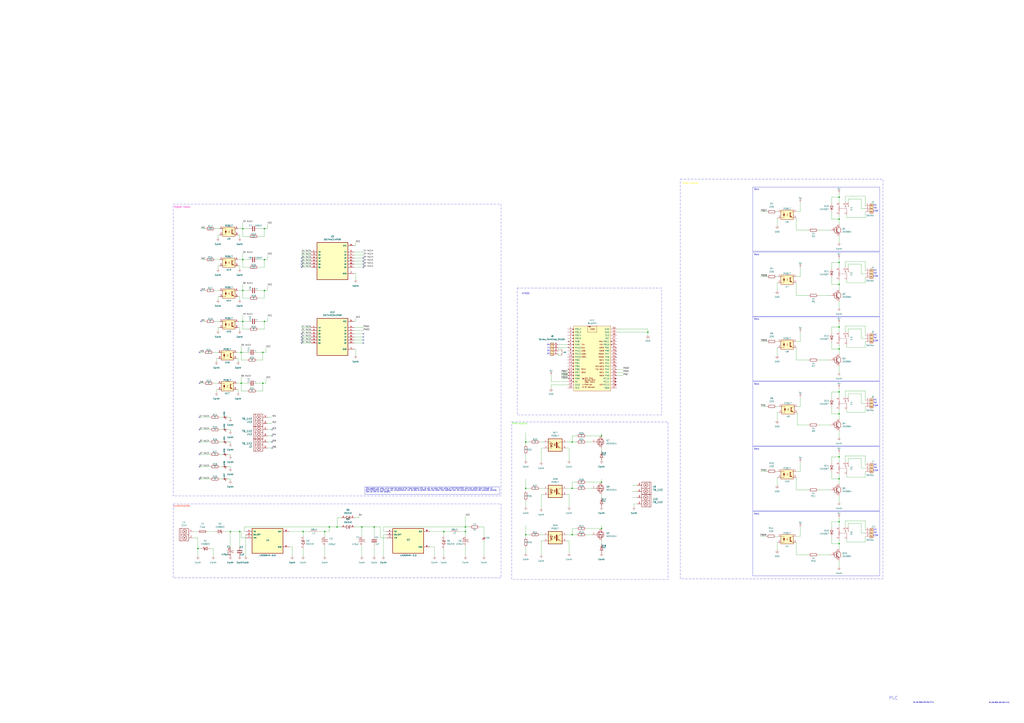
<source format=kicad_sch>
(kicad_sch (version 20250114) (generator "eeschema") (generator_version "9.0")
  (paper "A1")
  (lib_symbols
    (symbol "C:EEEHD1V681AQ" (pin_names (offset 1.016))
      (property "Reference" "C" (at -2.54 3.81 0))
      (property "Value" "EEEHD1V681AQ" (at -2.54 -5.08 0))
      (symbol "EEEHD1V681AQ_0_0"
        (pin passive line (at -2.54 0 0) (length 2.54) (name "~") (number "1"))
        (pin passive line (at 5.08 0 180) (length 2.54) (name "~") (number "2"))
      )
    )
    (symbol "Connector:Screw_Terminal_01x03" (pin_names (offset 1.016) (hide yes))
      (property "Reference" "J" (at 0 5.08 0))
      (property "Value" "Screw_Terminal_01x03" (at 0 -5.08 0))
      (symbol "Screw_Terminal_01x03_1_1"
        (pin passive line (at -5.08 2.54 0) (length 3.81) (name "Pin_1") (number "1"))
        (pin passive line (at -5.08 0 0) (length 3.81) (name "Pin_2") (number "2"))
        (pin passive line (at -5.08 -2.54 0) (length 3.81) (name "Pin_3") (number "3"))
      )
    )
    (symbol "Device:C" (pin_numbers (hide yes)) (pin_names (offset 0.254))
      (property "Reference" "C" (at 0.635 2.54 0))
      (property "Value" "C" (at 0.635 -2.54 0))
      (symbol "C_1_1"
        (pin passive line (at 0 3.81 270) (length 2.794) (name "~") (number "1"))
        (pin passive line (at 0 -3.81 90) (length 2.794) (name "~") (number "2"))
      )
    )
    (symbol "Device:Fuse" (pin_numbers (hide yes)) (pin_names (offset 0))
      (property "Reference" "F" (at 2.032 0 90))
      (property "Value" "Fuse" (at -1.905 0 90))
      (symbol "Fuse_1_1"
        (pin passive line (at 0 3.81 270) (length 1.27) (name "~") (number "1"))
        (pin passive line (at 0 -3.81 90) (length 1.27) (name "~") (number "2"))
      )
    )
    (symbol "Device:L" (pin_numbers (hide yes)) (pin_names (offset 1.016) (hide yes))
      (property "Reference" "L" (at -1.27 0 90))
      (property "Value" "L" (at 1.905 0 90))
      (symbol "L_1_1"
        (pin passive line (at 0 3.81 270) (length 1.27) (name "1") (number "1"))
        (pin passive line (at 0 -3.81 90) (length 1.27) (name "2") (number "2"))
      )
    )
    (symbol "Device:R" (pin_numbers (hide yes)) (pin_names (offset 0))
      (property "Reference" "R" (at 2.032 0 90))
      (property "Value" "R" (at 0 0 90))
      (symbol "R_1_1"
        (pin passive line (at 0 3.81 270) (length 1.27) (name "~") (number "1"))
        (pin passive line (at 0 -3.81 90) (length 1.27) (name "~") (number "2"))
      )
    )
    (symbol "Diode:1N4007" (pin_numbers (hide yes)) (pin_names (hide yes))
      (property "Reference" "D" (at 0 2.54 0))
      (property "Value" "1N4007" (at 0 -2.54 0))
      (symbol "1N4007_1_1"
        (pin passive line (at -3.81 0 0) (length 2.54) (name "K") (number "1"))
        (pin passive line (at 3.81 0 180) (length 2.54) (name "A") (number "2"))
      )
    )
    (symbol "Diode:1N4148" (pin_numbers (hide yes)) (pin_names (hide yes))
      (property "Reference" "D" (at 0 2.54 0))
      (property "Value" "1N4148" (at 0 -2.54 0))
      (symbol "1N4148_1_1"
        (pin passive line (at -3.81 0 0) (length 2.54) (name "K") (number "1"))
        (pin passive line (at 3.81 0 180) (length 2.54) (name "A") (number "2"))
      )
    )
    (symbol "Diode:1N5822" (pin_numbers (hide yes)) (pin_names (offset 1.016) (hide yes))
      (property "Reference" "D" (at 0 2.54 0))
      (property "Value" "1N5822" (at 0 -2.54 0))
      (symbol "1N5822_1_1"
        (pin passive line (at -3.81 0 0) (length 2.54) (name "K") (number "1"))
        (pin passive line (at 3.81 0 180) (length 2.54) (name "A") (number "2"))
      )
    )
    (symbol "EESTN5:BluePill" (pin_names (offset 1.016))
      (property "Reference" "U" (at -12.7 25.4 0))
      (property "Value" "BluePill" (at 0 2.54 90))
      (symbol "BluePill_0_0"
        (text "TX1" (at -7.493 10.16 0) (effects (font (size 0.9906 0.9906))))
        (text "RX1" (at -7.366 7.493 0) (effects (font (size 0.9906 0.9906))))
        (text "SCL1" (at -6.985 -10.033 0) (effects (font (size 0.9906 0.9906))))
        (text "SDA1" (at -6.985 -12.7 0) (effects (font (size 0.9906 0.9906))))
        (text "NSS1" (at -6.858 0.127 0) (effects (font (size 0.9906 0.9906))))
        (text "USB-" (at -6.731 5.08 0) (effects (font (size 0.9906 0.9906))))
        (text "USB+" (at -6.731 2.54 0) (effects (font (size 0.9906 0.9906))))
        (text "PWM pin" (at -3.175 -22.733 0) (effects (font (size 0.9906 0.9906))))
        (text "sink 3mA" (at -2.921 -17.526 0) (effects (font (size 0.9906 0.9906))))
        (text "Y@@J" (at -2.159 24.892 0) (effects (font (size 0.508 0.508))))
        (text "30pF 2MHz" (at -2.032 -20.574 0) (effects (font (size 0.9906 0.9906))))
        (text "5V tolerant" (at -2.032 -24.765 0) (effects (font (size 0.9906 0.9906))))
        (text "source 0mA" (at -1.905 -18.923 0) (effects (font (size 0.9906 0.9906))))
        (text "USB" (at 0 22.86 0) (effects (font (size 1.27 1.27))))
        (text "TX2" (at 3.937 -10.16 0) (effects (font (size 0.9906 0.9906))))
        (text "RX2" (at 4.064 -7.747 0) (effects (font (size 0.9906 0.9906))))
        (text "RX3" (at 7.112 12.7 0) (effects (font (size 0.9906 0.9906))))
        (text "TX3" (at 7.239 10.16 0) (effects (font (size 0.9906 0.9906))))
        (text "LED" (at 7.366 -22.733 0) (effects (font (size 0.9906 0.9906))))
        (text "MOSI1" (at 7.493 2.54 0) (effects (font (size 0.9906 0.9906))))
        (text "MISO1" (at 7.493 0 0) (effects (font (size 0.9906 0.9906))))
        (text "ADC9" (at 7.62 7.62 0) (effects (font (size 0.9906 0.9906))))
        (text "ADC8" (at 7.62 5.08 0) (effects (font (size 0.9906 0.9906))))
        (text "SCK1" (at 7.747 -2.54 0) (effects (font (size 0.9906 0.9906))))
        (text "ADC4" (at 7.747 -5.08 0) (effects (font (size 0.9906 0.9906))))
        (text "ADC3" (at 7.747 -7.747 0) (effects (font (size 0.9906 0.9906))))
        (text "ADC2" (at 7.747 -10.16 0) (effects (font (size 0.9906 0.9906))))
        (text "ADC1" (at 7.747 -12.7 0) (effects (font (size 0.9906 0.9906))))
        (text "ADC0" (at 7.747 -15.24 0) (effects (font (size 0.9906 0.9906))))
      )
      (symbol "BluePill_1_1"
        (pin bidirectional line (at -20.32 22.86 0) (length 5.08) (name "PB12") (number "1"))
        (pin bidirectional line (at -20.32 20.32 0) (length 5.08) (name "PB13") (number "2"))
        (pin bidirectional line (at -20.32 17.78 0) (length 5.08) (name "PB14") (number "3"))
        (pin bidirectional line (at -20.32 15.24 0) (length 5.08) (name "PB15") (number "4"))
        (pin bidirectional line (at -20.32 12.7 0) (length 5.08) (name "PA8") (number "5"))
        (pin bidirectional line (at -20.32 10.16 0) (length 5.08) (name "PA9") (number "6"))
        (pin bidirectional line (at -20.32 7.62 0) (length 5.08) (name "PA10") (number "7"))
        (pin bidirectional line (at -20.32 5.08 0) (length 5.08) (name "PA11") (number "8"))
        (pin bidirectional line (at -20.32 2.54 0) (length 5.08) (name "PA12") (number "9"))
        (pin bidirectional line (at -20.32 0 0) (length 5.08) (name "PA15") (number "10"))
        (pin bidirectional line (at -20.32 -2.54 0) (length 5.08) (name "PB3") (number "11"))
        (pin bidirectional line (at -20.32 -5.08 0) (length 5.08) (name "PB4") (number "12"))
        (pin bidirectional line (at -20.32 -7.62 0) (length 5.08) (name "PB5") (number "13"))
        (pin bidirectional line (at -20.32 -10.16 0) (length 5.08) (name "PB6") (number "14"))
        (pin bidirectional line (at -20.32 -12.7 0) (length 5.08) (name "PB7") (number "15"))
        (pin bidirectional line (at -20.32 -15.24 0) (length 5.08) (name "PB8") (number "16"))
        (pin bidirectional line (at -20.32 -17.78 0) (length 5.08) (name "PB9") (number "17"))
        (pin power_in line (at -20.32 -20.32 0) (length 5.08) (name "5V") (number "18"))
        (pin power_in line (at -20.32 -22.86 0) (length 5.08) (name "GND") (number "19"))
        (pin power_in line (at -20.32 -25.4 0) (length 5.08) (name "3V3") (number "20"))
        (pin power_in line (at 20.32 22.86 180) (length 5.08) (name "GND") (number "39"))
        (pin power_in line (at 20.32 20.32 180) (length 5.08) (name "GND") (number "40"))
        (pin power_in line (at 20.32 17.78 180) (length 5.08) (name "3V3") (number "38"))
        (pin input line (at 20.32 15.24 180) (length 5.08) (name "RST") (number "37"))
        (pin bidirectional line (at 20.32 12.7 180) (length 5.08) (name "PB11") (number "36"))
        (pin bidirectional line (at 20.32 10.16 180) (length 5.08) (name "PB10") (number "35"))
        (pin bidirectional line (at 20.32 7.62 180) (length 5.08) (name "PB1") (number "34"))
        (pin bidirectional line (at 20.32 5.08 180) (length 5.08) (name "PB0") (number "33"))
        (pin bidirectional line (at 20.32 2.54 180) (length 5.08) (name "PA7") (number "32"))
        (pin bidirectional line (at 20.32 0 180) (length 5.08) (name "PA6") (number "31"))
        (pin bidirectional line (at 20.32 -2.54 180) (length 5.08) (name "PA5") (number "30"))
        (pin bidirectional line (at 20.32 -5.08 180) (length 5.08) (name "PA4") (number "29"))
        (pin bidirectional line (at 20.32 -7.62 180) (length 5.08) (name "PA3") (number "28"))
        (pin bidirectional line (at 20.32 -10.16 180) (length 5.08) (name "PA2") (number "27"))
        (pin bidirectional line (at 20.32 -12.7 180) (length 5.08) (name "PA1") (number "26"))
        (pin bidirectional line (at 20.32 -15.24 180) (length 5.08) (name "PA0") (number "25"))
        (pin bidirectional line (at 20.32 -17.78 180) (length 5.08) (name "PC15") (number "24"))
        (pin bidirectional line (at 20.32 -20.32 180) (length 5.08) (name "PC14") (number "23"))
        (pin bidirectional line (at 20.32 -22.86 180) (length 5.08) (name "PC13") (number "22"))
        (pin power_in line (at 20.32 -25.4 180) (length 5.08) (name "VBat") (number "21"))
      )
    )
    (symbol "EESTN5:Jumper" (pin_numbers (hide yes)) (pin_names (offset 0) (hide yes))
      (property "Reference" "JP" (at 0 -1.905 0))
      (symbol "Jumper_1_1"
        (pin passive line (at -2.54 0 0) (length 1.651) (name "A") (number "1"))
        (pin passive line (at 2.54 0 180) (length 1.651) (name "B") (number "2"))
      )
    )
    (symbol "EESTN5:LED" (pin_numbers (hide yes)) (pin_names (offset 1.016) (hide yes))
      (property "Reference" "LED" (at 0 2.54 0))
      (property "Value" "LED" (at 0 -2.54 0))
      (symbol "LED_1_1"
        (pin passive line (at -1.27 0 0) (length 1.27) (name "A") (number "1"))
        (pin passive line (at 2.54 0 180) (length 1.27) (name "K") (number "2"))
      )
    )
    (symbol "EESTN5:PC817" (pin_names (offset 1.016))
      (property "Reference" "U" (at -5.08 5.08 0))
      (property "Value" "PC817" (at 0 5.08 0))
      (symbol "PC817_1_1"
        (pin passive line (at -7.62 2.54 0) (length 2.54) (name "~") (number "1"))
        (pin passive line (at -7.62 -2.54 0) (length 2.54) (name "~") (number "2"))
        (pin passive line (at 7.62 2.54 180) (length 2.54) (name "~") (number "4"))
        (pin passive line (at 7.62 -2.54 180) (length 2.54) (name "~") (number "3"))
      )
    )
    (symbol "EESTN5:RELAY_C" (pin_names (offset 1.016))
      (property "Reference" "K" (at 0 6.35 0))
      (property "Value" "RELAY_C" (at 0 -5.969 0))
      (symbol "RELAY_C_1_1"
        (pin passive line (at -5.08 3.81 0) (length 2.54) (name "~") (number "2"))
        (pin passive line (at -5.08 -2.54 0) (length 2.54) (name "~") (number "1"))
        (pin passive line (at 5.08 3.81 180) (length 2.54) (name "~") (number "5"))
        (pin passive line (at 5.08 -1.27 180) (length 2.54) (name "~") (number "4"))
        (pin passive line (at 5.08 -3.81 180) (length 2.54) (name "~") (number "3"))
      )
    )
    (symbol "EESTN5:Screw_Terminal_01x04" (pin_names (offset 1.016) (hide yes))
      (property "Reference" "J" (at 0 5.08 0))
      (property "Value" "Screw_Terminal_01x04" (at 0 -7.62 0))
      (symbol "Screw_Terminal_01x04_1_1"
        (pin passive line (at -5.08 2.54 0) (length 3.81) (name "Pin_1") (number "1"))
        (pin passive line (at -5.08 0 0) (length 3.81) (name "Pin_2") (number "2"))
        (pin passive line (at -5.08 -2.54 0) (length 3.81) (name "Pin_3") (number "3"))
        (pin passive line (at -5.08 -5.08 0) (length 3.81) (name "Pin_4") (number "4"))
      )
    )
    (symbol "EESTN5:TB_1X2" (pin_names (offset 1.016))
      (property "Reference" "J" (at 0 7.62 0))
      (property "Value" "TB_1X2" (at 1.27 -7.62 0))
      (symbol "TB_1X2_1_1"
        (pin input line (at 8.89 2.54 180) (length 3.81) (name "~") (number "1"))
        (pin input line (at 8.89 -2.54 180) (length 3.81) (name "~") (number "2"))
      )
    )
    (symbol "LM2594M-3.3:LM2594M-3.3" (pin_names (offset 1.016))
      (property "Reference" "U" (at -12.7 11.16 0))
      (property "Value" "LM2594M-3.3" (at -12.7 -14.16 0))
      (symbol "LM2594M-3.3_0_0"
        (pin input line (at -17.78 7.62 0) (length 5.08) (name "FB") (number "4"))
        (pin input line (at -17.78 5.08 0) (length 5.08) (name "ON/OFF") (number "5"))
        (pin input line (at -17.78 2.54 0) (length 5.08) (name "VIN") (number "7"))
        (pin output line (at 17.78 7.62 180) (length 5.08) (name "OUT") (number "8"))
        (pin power_in line (at 17.78 -5.08 180) (length 5.08) (name "GND") (number "6"))
      )
    )
    (symbol "LM2594M-5.0:LM2594M-5.0" (pin_names (offset 1.016))
      (property "Reference" "U" (at -12.7 11.16 0))
      (property "Value" "LM2594M-5.0" (at -12.7 -14.16 0))
      (symbol "LM2594M-5.0_0_0"
        (pin input line (at -17.78 7.62 0) (length 5.08) (name "FB") (number "4"))
        (pin input line (at -17.78 5.08 0) (length 5.08) (name "ON/OFF") (number "5"))
        (pin input line (at -17.78 2.54 0) (length 5.08) (name "VIN") (number "7"))
        (pin output line (at 17.78 7.62 180) (length 5.08) (name "OUT") (number "8"))
        (pin power_in line (at 17.78 -5.08 180) (length 5.08) (name "GND") (number "6"))
      )
    )
    (symbol "PC817:PC817" (pin_names (offset 1.016))
      (property "Reference" "OK" (at -6.9885 5.7179 0))
      (property "Value" "PC817" (at -6.9979 -7.634 0))
      (symbol "PC817_0_0"
        (pin passive line (at -10.16 2.54 0) (length 2.54) (name "~") (number "1"))
        (pin passive line (at -10.16 -2.54 0) (length 2.54) (name "~") (number "2"))
        (pin passive line (at 7.62 2.54 180) (length 2.54) (name "~") (number "4"))
        (pin passive line (at 7.62 -2.54 180) (length 2.54) (name "~") (number "3"))
      )
    )
    (symbol "SN74HC14PWR:SN74HC14PWR" (pin_names (offset 1.016))
      (property "Reference" "U" (at -12.7 16.24 0))
      (property "Value" "SN74HC14PWR" (at -12.7 -19.24 0))
      (symbol "SN74HC14PWR_0_0"
        (pin input line (at -17.78 7.62 0) (length 5.08) (name "1A") (number "1"))
        (pin input line (at -17.78 5.08 0) (length 5.08) (name "2A") (number "3"))
        (pin input line (at -17.78 2.54 0) (length 5.08) (name "3A") (number "5"))
        (pin input line (at -17.78 0 0) (length 5.08) (name "4A") (number "9"))
        (pin input line (at -17.78 -2.54 0) (length 5.08) (name "5A") (number "11"))
        (pin input line (at -17.78 -5.08 0) (length 5.08) (name "6A") (number "13"))
        (pin power_in line (at 17.78 12.7 180) (length 5.08) (name "VCC") (number "14"))
        (pin output line (at 17.78 7.62 180) (length 5.08) (name "1Y") (number "2"))
        (pin output line (at 17.78 5.08 180) (length 5.08) (name "2Y") (number "4"))
        (pin output line (at 17.78 2.54 180) (length 5.08) (name "3Y") (number "6"))
        (pin output line (at 17.78 0 180) (length 5.08) (name "4Y") (number "8"))
        (pin output line (at 17.78 -2.54 180) (length 5.08) (name "5Y") (number "10"))
        (pin output line (at 17.78 -5.08 180) (length 5.08) (name "6Y") (number "12"))
        (pin power_in line (at 17.78 -10.16 180) (length 5.08) (name "GND") (number "7"))
      )
    )
    (symbol "SS210:SS210" (pin_names (offset 1.016))
      (property "Reference" "D" (at -5.08 2.54 0))
      (property "Value" "SS210" (at -5.08 -3.81 0))
      (symbol "SS210_0_0"
        (pin passive line (at -5.08 0 0) (length 2.54) (name "~") (number "A"))
        (pin passive line (at 5.08 0 180) (length 2.54) (name "~") (number "C"))
      )
    )
    (symbol "Transistor_BJT:2N3904" (pin_names (offset 0) (hide yes))
      (property "Reference" "Q" (at 5.08 1.905 0))
      (property "Value" "2N3904" (at 5.08 0 0))
      (symbol "2N3904_1_1"
        (pin passive line (at -5.08 0 0) (length 5.715) (name "B") (number "2"))
        (pin passive line (at 2.54 5.08 270) (length 2.54) (name "C") (number "3"))
        (pin passive line (at 2.54 -5.08 90) (length 2.54) (name "E") (number "1"))
      )
    )
    (symbol "Transistor_FET:AO3401A" (pin_names (hide yes))
      (property "Reference" "Q" (at 5.08 1.905 0))
      (property "Value" "AO3401A" (at 5.08 0 0))
      (symbol "AO3401A_1_1"
        (pin input line (at -5.08 0 0) (length 2.54) (name "G") (number "1"))
        (pin passive line (at 2.54 5.08 270) (length 2.54) (name "D") (number "3"))
        (pin passive line (at 2.54 -5.08 90) (length 2.54) (name "S") (number "2"))
      )
    )
    (symbol "power:+3.3V" (power) (pin_numbers (hide yes)) (pin_names (offset 0) (hide yes))
      (property "Value" "+3.3V" (at 0 3.556 0))
      (symbol "+3.3V_1_1"
        (pin power_in line (at 0 0 90) (length 0) (name "~") (number "1"))
      )
    )
    (symbol "power:Earth" (power) (pin_numbers (hide yes)) (pin_names (offset 0) (hide yes))
      (property "Value" "Earth" (at 0 -3.81 0))
      (symbol "Earth_1_1"
        (pin power_in line (at 0 0 270) (length 0) (name "~") (number "1"))
      )
    )
    (symbol "power:GND" (power) (pin_numbers (hide yes)) (pin_names (offset 0) (hide yes))
      (property "Value" "GND" (at 0 -3.81 0))
      (symbol "GND_1_1"
        (pin power_in line (at 0 0 270) (length 0) (name "~") (number "1"))
      )
    )
  )
  (rectangle (start 424.688 236.728) (end 543.306 341.122) (stroke (width 0) (type dash_dot)))
  (rectangle (start 142.24 167.64) (end 411.48 407.67) (stroke (width 0) (type dash_dot)))
  (rectangle (start 420.37 346.71) (end 548.64 476.25) (stroke (width 0) (type dash_dot)))
  (rectangle (start 142.24 414.02) (end 411.48 474.98) (stroke (width 0) (type dash_dot)))
  (rectangle (start 558.8 147.32) (end 725.17 475.742) (stroke (width 0) (type dash_dot)))
  (text "04/10/2025 (MM/DD/YYYY)\n" (at 758.444 577.342 0) (effects (font (size 0.762 0.762))))
  (text "STM32" (at 431.8 241.3 0) (effects (font (size 1.27 1.27))))
  (text "NC" (at 718.82 275.336 0) (effects (font (size 1.27 1.27))))
  (text "04/18/2025 (MM/DD/YYYY)\n\n" (at 812.292 578.104 0) (effects (font (size 0.762 0.762)) (justify left)))
  (text "NC" (at 718.82 168.656 0) (effects (font (size 1.27 1.27))))
  (text "NA" (at 718.82 437.642 0) (effects (font (size 1.27 1.27))))
  (text "RE" (at 450.596 290.83 0) (effects (font (size 1.27 1.27))))
  (text "Rele\n" (at 619.252 210.058 0) (effects (font (size 1.27 1.27)) (justify left bottom)))
  (text "Relay control\n" (at 567.182 150.622 0) (effects (font (size 1.27 1.27))))
  (text "PLC" (at 733.806 573.786 0) (effects (font (size 2.54 2.54))))
  (text "NC" (at 718.82 382.016 0) (effects (font (size 1.27 1.27))))
  (text "NA" (at 718.82 277.622 0) (effects (font (size 1.27 1.27))))
  (text "Rele\n" (at 619.252 263.144 0) (effects (font (size 1.27 1.27)) (justify left bottom)))
  (text "PWM outputs" (at 426.72 348.234 0) (effects (font (size 1.27 1.27))))
  (text "Rele\n" (at 619.252 423.164 0) (effects (font (size 1.27 1.27)) (justify left bottom)))
  (text "NA" (at 718.82 384.302 0) (effects (font (size 1.27 1.27))))
  (text "COM\n" (at 719.328 173.482 0) (effects (font (size 1.27 1.27))))
  (text "COM\n" (at 719.328 440.182 0) (effects (font (size 1.27 1.27))))
  (text "COM\n" (at 719.328 333.502 0) (effects (font (size 1.27 1.27))))
  (text "NA" (at 718.82 170.942 0) (effects (font (size 1.27 1.27))))
  (text "COM\n" (at 719.328 386.842 0) (effects (font (size 1.27 1.27))))
  (text "DE" (at 450.596 288.29 0) (effects (font (size 1.27 1.27))))
  (text "NC" (at 718.82 222.25 0) (effects (font (size 1.27 1.27))))
  (text "Rele\n" (at 619.252 369.824 0) (effects (font (size 1.27 1.27)) (justify left bottom)))
  (text "Rele\n" (at 619.252 316.484 0) (effects (font (size 1.27 1.27)) (justify left bottom)))
  (text "TX" (at 450.596 286.004 0) (effects (font (size 1.27 1.27))))
  (text "NA" (at 718.82 330.962 0) (effects (font (size 1.27 1.27))))
  (text "NC" (at 718.82 435.356 0) (effects (font (size 1.27 1.27))))
  (text "Digital inputs\n" (at 149.606 170.18 0) (effects (font (size 1.27 1.27))))
  (text "ALIMENTACIÓN" (at 149.352 416.052 0) (effects (font (size 1.27 1.27))))
  (text "COM\n" (at 719.328 227.076 0) (effects (font (size 1.27 1.27))))
  (text "NA" (at 718.82 224.536 0) (effects (font (size 1.27 1.27))))
  (text "COM\n" (at 719.328 280.162 0) (effects (font (size 1.27 1.27))))
  (text "Rele\n" (at 619.252 156.464 0) (effects (font (size 1.27 1.27)) (justify left bottom)))
  (text "NC" (at 718.82 328.676 0) (effects (font (size 1.27 1.27))))
  (text "RX\n" (at 450.596 283.464 0) (effects (font (size 1.27 1.27))))
  (text_box "This system will allow us to read the state of the input signals (IN), as well as clean them using an SN74HC14PWR, and then buffer them through an SN74HC541PWR. In this way, our microcontroller will be able to perform fast and noise-free readings from the external environment (for example, sensing from an NPN or PNP sensor)" (at 299.72 400.05 0) (size 110.49 6.35) (margins 0.6668 0.6668 0.6668 0.6668) (effects (font (size 0.889 0.889)) (justify left top)))
  (junction (at 162.56 450.85))
  (junction (at 217.17 187.96))
  (junction (at 217.17 264.16))
  (junction (at 469.9 401.32))
  (junction (at 198.12 314.96))
  (junction (at 431.8 439.42))
  (junction (at 248.92 436.88))
  (junction (at 431.8 401.32))
  (junction (at 689.102 268.732))
  (junction (at 689.102 393.446))
  (junction (at 217.17 238.76))
  (junction (at 689.102 428.752))
  (junction (at 198.12 289.56))
  (junction (at 382.27 433.07))
  (junction (at 270.51 433.07))
  (junction (at 276.86 433.07))
  (junction (at 689.102 340.106))
  (junction (at 494.03 358.14))
  (junction (at 689.102 286.766))
  (junction (at 266.7 436.88))
  (junction (at 689.102 215.646))
  (junction (at 532.13 273.05))
  (junction (at 189.23 436.88))
  (junction (at 689.102 322.072))
  (junction (at 199.39 238.76))
  (junction (at 199.39 264.16))
  (junction (at 689.102 233.68))
  (junction (at 494.03 396.24))
  (junction (at 469.9 363.22))
  (junction (at 689.102 446.786))
  (junction (at 215.9 314.96))
  (junction (at 689.102 375.412))
  (junction (at 382.27 436.88))
  (junction (at 199.39 187.96))
  (junction (at 196.85 436.88))
  (junction (at 689.102 162.052))
  (junction (at 307.34 433.07))
  (junction (at 494.03 434.34))
  (junction (at 431.8 363.22))
  (junction (at 199.39 213.36))
  (junction (at 364.49 436.88))
  (junction (at 689.102 180.086))
  (junction (at 469.9 439.42))
  (junction (at 297.18 433.07))
  (junction (at 215.9 289.56))
  (junction (at 217.17 213.36))
  (no_connect (at 298.45 276.86))
  (no_connect (at 247.65 279.4))
  (no_connect (at 223.52 353.06))
  (no_connect (at 298.45 212.09))
  (no_connect (at 247.65 219.71))
  (no_connect (at 163.83 393.7))
  (no_connect (at 298.45 219.71))
  (no_connect (at 298.45 214.63))
  (no_connect (at 223.52 363.22))
  (no_connect (at 247.65 214.63))
  (no_connect (at 223.52 358.14))
  (no_connect (at 247.65 217.17))
  (no_connect (at 165.1 238.76))
  (no_connect (at 298.45 281.94))
  (no_connect (at 163.83 363.22))
  (no_connect (at 247.65 274.32))
  (no_connect (at 298.45 274.32))
  (no_connect (at 163.83 342.9))
  (no_connect (at 247.65 281.94))
  (no_connect (at 298.45 217.17))
  (no_connect (at 247.65 276.86))
  (no_connect (at 163.83 373.38))
  (no_connect (at 163.83 314.96))
  (no_connect (at 165.1 264.16))
  (no_connect (at 223.52 368.3))
  (no_connect (at 163.83 289.56))
  (no_connect (at 247.65 212.09))
  (no_connect (at 163.83 353.06))
  (no_connect (at 298.45 279.4))
  (no_connect (at 163.83 383.54))
  (wire (pts (xy 657.352 387.35) (xy 654.05 387.35)))
  (wire (pts (xy 180.34 193.04) (xy 179.07 193.04)))
  (wire (pts (xy 364.49 450.85) (xy 364.49 457.2)))
  (wire (pts (xy 215.9 314.96) (xy 218.44 314.96)))
  (wire (pts (xy 201.93 441.96) (xy 198.12 441.96)))
  (wire (pts (xy 696.722 323.596) (xy 707.39 323.596)))
  (wire (pts (xy 204.47 194.31) (xy 199.39 194.31)))
  (polyline (pts (xy 722.376 366.522) (xy 618.236 366.522)))
  (wire (pts (xy 195.58 218.44) (xy 196.85 218.44)))
  (wire (pts (xy 638.302 285.75) (xy 638.302 292.1)))
  (wire (pts (xy 689.102 268.732) (xy 689.102 273.05)))
  (polyline (pts (xy 618.236 367.03) (xy 624.586 367.03)))
  (wire (pts (xy 683.006 446.786) (xy 689.102 446.786)))
  (polyline (pts (xy 722.376 473.202) (xy 618.236 473.202)))
  (wire (pts (xy 247.65 269.24) (xy 255.27 269.24)))
  (wire (pts (xy 189.23 353.06) (xy 189.23 354.33)))
  (wire (pts (xy 158.75 436.88) (xy 162.56 436.88)))
  (wire (pts (xy 180.34 393.7) (xy 182.88 393.7)))
  (wire (pts (xy 657.352 280.67) (xy 654.05 280.67)))
  (wire (pts (xy 290.83 274.32) (xy 298.45 274.32)))
  (wire (pts (xy 683.006 322.072) (xy 689.102 322.072)))
  (wire (pts (xy 710.692 384.81) (xy 707.39 384.81)))
  (wire (pts (xy 689.102 397.51) (xy 689.102 393.446)))
  (wire (pts (xy 443.23 401.32) (xy 447.04 401.32)))
  (wire (pts (xy 276.86 425.45) (xy 280.67 425.45)))
  (wire (pts (xy 657.352 433.07) (xy 657.352 440.69)))
  (wire (pts (xy 664.21 295.91) (xy 654.05 295.91)))
  (wire (pts (xy 519.43 398.78) (xy 523.24 398.78)))
  (wire (pts (xy 469.9 358.14) (xy 473.71 358.14)))
  (wire (pts (xy 443.23 363.22) (xy 447.04 363.22)))
  (wire (pts (xy 695.452 178.816) (xy 695.452 176.53)))
  (polyline (pts (xy 618.236 419.862) (xy 618.236 367.03)))
  (wire (pts (xy 683.006 428.752) (xy 689.102 428.752)))
  (wire (pts (xy 657.352 166.37) (xy 657.352 173.99)))
  (wire (pts (xy 481.33 363.22) (xy 486.41 363.22)))
  (wire (pts (xy 444.5 368.3) (xy 444.5 379.73)))
  (wire (pts (xy 195.58 264.16) (xy 199.39 264.16)))
  (wire (pts (xy 290.83 212.09) (xy 298.45 212.09)))
  (wire (pts (xy 158.75 441.96) (xy 162.56 441.96)))
  (wire (pts (xy 196.85 436.88) (xy 196.85 449.58)))
  (wire (pts (xy 710.692 382.27) (xy 710.692 374.65)))
  (wire (pts (xy 180.34 353.06) (xy 182.88 353.06)))
  (wire (pts (xy 219.71 347.98) (xy 223.52 347.98)))
  (wire (pts (xy 247.65 207.01) (xy 255.27 207.01)))
  (wire (pts (xy 261.62 436.88) (xy 266.7 436.88)))
  (wire (pts (xy 204.47 245.11) (xy 199.39 245.11)))
  (wire (pts (xy 196.85 218.44) (xy 196.85 220.98)))
  (wire (pts (xy 689.102 450.85) (xy 689.102 446.786)))
  (wire (pts (xy 218.44 285.75) (xy 218.44 289.56)))
  (wire (pts (xy 198.12 295.91) (xy 198.12 289.56)))
  (wire (pts (xy 683.006 180.086) (xy 689.102 180.086)))
  (wire (pts (xy 196.85 243.84) (xy 196.85 246.38)))
  (wire (pts (xy 248.92 436.88) (xy 254 436.88)))
  (wire (pts (xy 710.692 321.31) (xy 694.182 321.31)))
  (wire (pts (xy 469.9 363.22) (xy 469.9 358.14)))
  (wire (pts (xy 710.692 161.29) (xy 694.182 161.29)))
  (wire (pts (xy 382.27 433.07) (xy 386.08 433.07)))
  (wire (pts (xy 248.92 450.85) (xy 248.92 457.2)))
  (wire (pts (xy 696.722 326.39) (xy 696.722 323.596)))
  (wire (pts (xy 199.39 208.28) (xy 199.39 213.36)))
  (wire (pts (xy 212.09 238.76) (xy 217.17 238.76)))
  (wire (pts (xy 467.36 368.3) (xy 467.36 378.46)))
  (wire (pts (xy 696.722 166.37) (xy 696.722 163.576)))
  (wire (pts (xy 481.33 439.42) (xy 486.41 439.42)))
  (wire (pts (xy 494.03 406.4) (xy 494.03 408.94)))
  (wire (pts (xy 195.58 238.76) (xy 199.39 238.76)))
  (wire (pts (xy 180.34 342.9) (xy 182.88 342.9)))
  (wire (pts (xy 710.692 427.99) (xy 694.182 427.99)))
  (wire (pts (xy 467.36 406.4) (xy 467.36 416.56)))
  (wire (pts (xy 198.12 436.88) (xy 196.85 436.88)))
  (wire (pts (xy 683.006 268.732) (xy 689.102 268.732)))
  (wire (pts (xy 654.05 295.91) (xy 654.05 285.75)))
  (wire (pts (xy 494.03 431.8) (xy 494.03 434.34)))
  (wire (pts (xy 683.006 228.092) (xy 683.006 233.68)))
  (wire (pts (xy 203.2 295.91) (xy 198.12 295.91)))
  (wire (pts (xy 638.302 179.07) (xy 638.302 185.42)))
  (wire (pts (xy 689.102 393.446) (xy 689.102 389.89)))
  (wire (pts (xy 290.83 425.45) (xy 294.64 425.45)))
  (wire (pts (xy 481.33 434.34) (xy 494.03 434.34)))
  (wire (pts (xy 638.302 232.41) (xy 638.302 239.014)))
  (wire (pts (xy 481.33 396.24) (xy 494.03 396.24)))
  (wire (pts (xy 637.54 227.33) (xy 638.81 227.33)))
  (wire (pts (xy 199.39 219.71) (xy 199.39 213.36)))
  (polyline (pts (xy 722.376 367.03) (xy 722.376 419.862)))
  (wire (pts (xy 654.05 455.93) (xy 654.05 445.77)))
  (wire (pts (xy 189.23 363.22) (xy 189.23 364.49)))
  (wire (pts (xy 694.182 374.65) (xy 694.182 379.73)))
  (wire (pts (xy 657.352 440.69) (xy 654.05 440.69)))
  (wire (pts (xy 664.21 189.23) (xy 654.05 189.23)))
  (wire (pts (xy 196.85 193.04) (xy 196.85 195.58)))
  (wire (pts (xy 247.65 217.17) (xy 255.27 217.17)))
  (wire (pts (xy 431.8 403.86) (xy 431.8 401.32)))
  (wire (pts (xy 276.86 433.07) (xy 276.86 425.45)))
  (wire (pts (xy 707.39 278.13) (xy 707.39 270.256)))
  (wire (pts (xy 247.65 274.32) (xy 255.27 274.32)))
  (wire (pts (xy 248.92 440.69) (xy 248.92 436.88)))
  (wire (pts (xy 163.83 314.96) (xy 167.64 314.96)))
  (wire (pts (xy 204.47 270.51) (xy 199.39 270.51)))
  (wire (pts (xy 177.8 320.04) (xy 177.8 322.58)))
  (wire (pts (xy 189.23 393.7) (xy 189.23 394.97)))
  (wire (pts (xy 290.83 207.01) (xy 298.45 207.01)))
  (wire (pts (xy 671.83 242.824) (xy 681.482 242.824)))
  (polyline (pts (xy 722.376 419.862) (xy 618.236 419.862)))
  (wire (pts (xy 683.006 375.412) (xy 689.102 375.412)))
  (wire (pts (xy 689.102 194.31) (xy 689.102 199.39)))
  (wire (pts (xy 671.83 349.25) (xy 681.482 349.25)))
  (wire (pts (xy 176.53 213.36) (xy 180.34 213.36)))
  (wire (pts (xy 189.23 373.38) (xy 189.23 374.65)))
  (wire (pts (xy 215.9 289.56) (xy 218.44 289.56)))
  (wire (pts (xy 689.102 407.67) (xy 689.102 412.75)))
  (wire (pts (xy 292.1 199.39) (xy 292.1 201.93)))
  (wire (pts (xy 664.21 242.824) (xy 654.05 242.824)))
  (wire (pts (xy 431.8 441.96) (xy 431.8 439.42)))
  (wire (pts (xy 707.39 225.044) (xy 707.39 217.17)))
  (wire (pts (xy 696.722 217.17) (xy 707.39 217.17)))
  (wire (pts (xy 219.71 368.3) (xy 223.52 368.3)))
  (polyline (pts (xy 722.376 207.264) (xy 722.376 260.096)))
  (wire (pts (xy 163.83 363.22) (xy 172.72 363.22)))
  (wire (pts (xy 654.05 189.23) (xy 654.05 179.07)))
  (wire (pts (xy 165.1 213.36) (xy 168.91 213.36)))
  (wire (pts (xy 212.09 270.51) (xy 217.17 270.51)))
  (polyline (pts (xy 722.376 420.37) (xy 722.376 473.202)))
  (wire (pts (xy 189.23 436.88) (xy 189.23 449.58)))
  (wire (pts (xy 270.51 433.07) (xy 270.51 436.88)))
  (wire (pts (xy 654.05 402.59) (xy 654.05 392.43)))
  (wire (pts (xy 519.43 403.86) (xy 523.24 403.86)))
  (wire (pts (xy 397.51 433.07) (xy 397.51 440.69)))
  (wire (pts (xy 290.83 433.07) (xy 297.18 433.07)))
  (wire (pts (xy 162.56 441.96) (xy 162.56 450.85)))
  (wire (pts (xy 689.102 354.33) (xy 689.102 359.41)))
  (wire (pts (xy 481.33 401.32) (xy 486.41 401.32)))
  (wire (pts (xy 520.7 414.02) (xy 520.7 416.56)))
  (wire (pts (xy 204.47 219.71) (xy 199.39 219.71)))
  (wire (pts (xy 215.9 314.96) (xy 215.9 321.31)))
  (wire (pts (xy 696.722 379.73) (xy 696.722 376.936)))
  (wire (pts (xy 464.82 401.32) (xy 469.9 401.32)))
  (wire (pts (xy 307.34 433.07) (xy 312.42 433.07)))
  (wire (pts (xy 694.182 214.884) (xy 694.182 219.964)))
  (wire (pts (xy 199.39 182.88) (xy 199.39 187.96)))
  (wire (pts (xy 469.9 401.32) (xy 473.71 401.32)))
  (wire (pts (xy 382.27 424.18) (xy 382.27 433.07)))
  (wire (pts (xy 458.47 283.21) (xy 466.09 283.21)))
  (polyline (pts (xy 618.236 260.096) (xy 618.236 207.264)))
  (wire (pts (xy 447.04 368.3) (xy 444.5 368.3)))
  (polyline (pts (xy 722.376 313.69) (xy 722.376 366.522)))
  (wire (pts (xy 638.81 392.43) (xy 638.302 392.43)))
  (wire (pts (xy 624.332 440.69) (xy 629.412 440.69)))
  (wire (pts (xy 312.42 433.07) (xy 312.42 441.96)))
  (wire (pts (xy 696.722 270.256) (xy 707.39 270.256)))
  (wire (pts (xy 707.39 384.81) (xy 707.39 376.936)))
  (wire (pts (xy 199.39 264.16) (xy 204.47 264.16)))
  (wire (pts (xy 638.81 285.75) (xy 638.302 285.75)))
  (wire (pts (xy 186.69 342.9) (xy 189.23 342.9)))
  (wire (pts (xy 276.86 433.07) (xy 280.67 433.07)))
  (wire (pts (xy 458.47 290.83) (xy 458.47 292.1)))
  (wire (pts (xy 657.352 273.05) (xy 657.352 280.67)))
  (wire (pts (xy 219.71 209.55) (xy 219.71 213.36)))
  (wire (pts (xy 294.64 424.18) (xy 294.64 425.45)))
  (wire (pts (xy 219.71 353.06) (xy 223.52 353.06)))
  (wire (pts (xy 210.82 314.96) (xy 215.9 314.96)))
  (wire (pts (xy 710.692 280.67) (xy 710.692 285.496)))
  (wire (pts (xy 195.58 269.24) (xy 196.85 269.24)))
  (wire (pts (xy 506.73 306.07) (xy 511.81 306.07)))
  (wire (pts (xy 695.452 232.41) (xy 710.692 232.41)))
  (wire (pts (xy 683.006 380.238) (xy 683.006 375.412)))
  (wire (pts (xy 217.17 213.36) (xy 219.71 213.36)))
  (wire (pts (xy 689.102 428.752) (xy 689.102 433.07)))
  (wire (pts (xy 200.66 433.07) (xy 270.51 433.07)))
  (polyline (pts (xy 624.586 420.37) (xy 722.376 420.37)))
  (wire (pts (xy 312.42 441.96) (xy 317.5 441.96)))
  (wire (pts (xy 165.1 264.16) (xy 168.91 264.16)))
  (wire (pts (xy 464.82 439.42) (xy 469.9 439.42)))
  (polyline (pts (xy 618.236 313.69) (xy 624.586 313.69)))
  (wire (pts (xy 431.8 439.42) (xy 435.61 439.42)))
  (wire (pts (xy 290.83 279.4) (xy 298.45 279.4)))
  (wire (pts (xy 198.12 289.56) (xy 203.2 289.56)))
  (polyline (pts (xy 722.376 260.35) (xy 722.376 313.182)))
  (wire (pts (xy 469.9 363.22) (xy 473.71 363.22)))
  (wire (pts (xy 210.82 289.56) (xy 215.9 289.56)))
  (wire (pts (xy 466.09 316.23) (xy 452.628 316.23)))
  (wire (pts (xy 452.628 313.69) (xy 452.628 308.356)))
  (wire (pts (xy 695.452 232.41) (xy 695.452 230.124)))
  (wire (pts (xy 695.452 445.516) (xy 695.452 443.23)))
  (wire (pts (xy 210.82 295.91) (xy 215.9 295.91)))
  (wire (pts (xy 247.65 276.86) (xy 255.27 276.86)))
  (wire (pts (xy 382.27 433.07) (xy 382.27 436.88)))
  (wire (pts (xy 683.006 286.766) (xy 689.102 286.766)))
  (wire (pts (xy 397.51 444.5) (xy 397.51 457.2)))
  (wire (pts (xy 196.85 436.88) (xy 189.23 436.88)))
  (wire (pts (xy 657.352 219.964) (xy 657.352 227.33)))
  (wire (pts (xy 461.01 306.07) (xy 466.09 306.07)))
  (polyline (pts (xy 618.236 473.202) (xy 618.236 420.37)))
  (wire (pts (xy 431.8 393.7) (xy 431.8 401.32)))
  (wire (pts (xy 179.07 320.04) (xy 177.8 320.04)))
  (wire (pts (xy 624.84 173.99) (xy 629.92 173.99)))
  (wire (pts (xy 196.85 269.24) (xy 196.85 271.78)))
  (wire (pts (xy 671.83 189.23) (xy 681.482 189.23)))
  (wire (pts (xy 654.05 242.824) (xy 654.05 232.41)))
  (wire (pts (xy 710.692 334.01) (xy 710.692 338.836)))
  (wire (pts (xy 431.8 411.48) (xy 431.8 416.56)))
  (wire (pts (xy 624.84 334.01) (xy 629.92 334.01)))
  (wire (pts (xy 710.692 435.61) (xy 710.692 427.99)))
  (wire (pts (xy 637.54 173.99) (xy 638.81 173.99)))
  (wire (pts (xy 180.34 383.54) (xy 182.88 383.54)))
  (wire (pts (xy 393.7 433.07) (xy 397.51 433.07)))
  (wire (pts (xy 186.69 353.06) (xy 189.23 353.06)))
  (wire (pts (xy 219.71 260.35) (xy 219.71 264.16)))
  (polyline (pts (xy 624.586 367.03) (xy 722.376 367.03)))
  (wire (pts (xy 464.82 368.3) (xy 467.36 368.3)))
  (wire (pts (xy 431.8 363.22) (xy 435.61 363.22)))
  (wire (pts (xy 466.09 313.69) (xy 452.628 313.69)))
  (wire (pts (xy 689.102 290.83) (xy 689.102 286.766)))
  (wire (pts (xy 710.692 440.69) (xy 710.692 445.516)))
  (wire (pts (xy 219.71 234.95) (xy 219.71 238.76)))
  (wire (pts (xy 290.83 214.63) (xy 298.45 214.63)))
  (wire (pts (xy 290.83 209.55) (xy 298.45 209.55)))
  (wire (pts (xy 270.51 433.07) (xy 276.86 433.07)))
  (wire (pts (xy 657.352 326.39) (xy 657.352 334.01)))
  (wire (pts (xy 458.47 288.29) (xy 458.47 287.02)))
  (wire (pts (xy 683.006 281.178) (xy 683.006 286.766)))
  (wire (pts (xy 314.96 433.07) (xy 382.27 433.07)))
  (wire (pts (xy 175.26 289.56) (xy 179.07 289.56)))
  (wire (pts (xy 176.53 187.96) (xy 180.34 187.96)))
  (wire (pts (xy 195.58 243.84) (xy 196.85 243.84)))
  (wire (pts (xy 710.692 225.044) (xy 707.39 225.044)))
  (wire (pts (xy 189.23 342.9) (xy 189.23 344.17)))
  (wire (pts (xy 170.18 436.88) (xy 176.53 436.88)))
  (wire (pts (xy 683.006 220.472) (xy 683.006 215.646)))
  (wire (pts (xy 710.692 275.59) (xy 710.692 267.97)))
  (wire (pts (xy 382.27 436.88) (xy 382.27 440.69)))
  (wire (pts (xy 469.9 401.32) (xy 469.9 396.24)))
  (wire (pts (xy 175.26 314.96) (xy 179.07 314.96)))
  (wire (pts (xy 199.39 270.51) (xy 199.39 264.16)))
  (wire (pts (xy 163.83 289.56) (xy 167.64 289.56)))
  (wire (pts (xy 194.31 320.04) (xy 195.58 320.04)))
  (wire (pts (xy 165.1 187.96) (xy 168.91 187.96)))
  (wire (pts (xy 431.8 449.58) (xy 431.8 454.66)))
  (wire (pts (xy 292.1 224.79) (xy 292.1 229.87)))
  (wire (pts (xy 689.102 212.344) (xy 689.102 215.646)))
  (wire (pts (xy 431.8 365.76) (xy 431.8 363.22)))
  (wire (pts (xy 710.692 227.584) (xy 710.692 232.41)))
  (wire (pts (xy 198.12 314.96) (xy 203.2 314.96)))
  (wire (pts (xy 481.33 358.14) (xy 494.03 358.14)))
  (wire (pts (xy 638.302 445.77) (xy 638.302 452.12)))
  (wire (pts (xy 671.83 295.91) (xy 681.482 295.91)))
  (wire (pts (xy 657.352 227.33) (xy 654.05 227.33)))
  (wire (pts (xy 637.032 440.69) (xy 638.81 440.69)))
  (wire (pts (xy 163.83 393.7) (xy 172.72 393.7)))
  (wire (pts (xy 657.352 334.01) (xy 654.812 334.01)))
  (polyline (pts (xy 618.236 207.264) (xy 624.586 207.264)))
  (wire (pts (xy 696.722 163.576) (xy 707.39 163.576)))
  (wire (pts (xy 710.692 267.97) (xy 694.182 267.97)))
  (wire (pts (xy 689.102 372.11) (xy 689.102 375.412)))
  (wire (pts (xy 184.15 436.88) (xy 189.23 436.88)))
  (wire (pts (xy 696.722 430.276) (xy 707.39 430.276)))
  (wire (pts (xy 247.65 279.4) (xy 255.27 279.4)))
  (wire (pts (xy 695.452 445.516) (xy 710.692 445.516)))
  (wire (pts (xy 464.82 444.5) (xy 467.36 444.5)))
  (wire (pts (xy 506.73 308.61) (xy 511.81 308.61)))
  (wire (pts (xy 266.7 448.31) (xy 266.7 457.2)))
  (wire (pts (xy 194.31 289.56) (xy 198.12 289.56)))
  (wire (pts (xy 671.83 402.59) (xy 681.482 402.59)))
  (wire (pts (xy 532.13 270.51) (xy 532.13 273.05)))
  (wire (pts (xy 683.006 174.498) (xy 683.006 180.086)))
  (wire (pts (xy 212.09 245.11) (xy 217.17 245.11)))
  (wire (pts (xy 664.21 455.93) (xy 654.05 455.93)))
  (wire (pts (xy 177.8 294.64) (xy 177.8 297.18)))
  (wire (pts (xy 186.69 373.38) (xy 189.23 373.38)))
  (wire (pts (xy 199.39 194.31) (xy 199.39 187.96)))
  (wire (pts (xy 710.692 173.99) (xy 710.692 178.816)))
  (wire (pts (xy 201.93 439.42) (xy 201.93 457.2)))
  (wire (pts (xy 671.83 455.93) (xy 681.482 455.93)))
  (wire (pts (xy 218.44 311.15) (xy 218.44 314.96)))
  (wire (pts (xy 217.17 187.96) (xy 219.71 187.96)))
  (wire (pts (xy 683.006 441.198) (xy 683.006 446.786)))
  (wire (pts (xy 695.452 178.816) (xy 710.692 178.816)))
  (wire (pts (xy 199.39 213.36) (xy 204.47 213.36)))
  (wire (pts (xy 219.71 363.22) (xy 223.52 363.22)))
  (wire (pts (xy 695.452 392.176) (xy 695.452 389.89)))
  (wire (pts (xy 464.82 406.4) (xy 467.36 406.4)))
  (wire (pts (xy 443.23 439.42) (xy 447.04 439.42)))
  (wire (pts (xy 461.01 308.61) (xy 466.09 308.61)))
  (polyline (pts (xy 722.376 153.67) (xy 722.376 206.502)))
  (wire (pts (xy 163.83 383.54) (xy 172.72 383.54)))
  (polyline (pts (xy 618.236 206.502) (xy 618.236 153.67)))
  (wire (pts (xy 179.07 193.04) (xy 179.07 195.58)))
  (wire (pts (xy 180.34 243.84) (xy 179.07 243.84)))
  (wire (pts (xy 210.82 321.31) (xy 215.9 321.31)))
  (wire (pts (xy 683.006 387.858) (xy 683.006 393.446)))
  (wire (pts (xy 695.452 285.496) (xy 710.692 285.496)))
  (wire (pts (xy 710.692 171.45) (xy 707.39 171.45)))
  (wire (pts (xy 297.18 433.07) (xy 297.18 440.69)))
  (wire (pts (xy 290.83 281.94) (xy 298.45 281.94)))
  (wire (pts (xy 683.006 433.578) (xy 683.006 428.752)))
  (wire (pts (xy 689.102 180.086) (xy 689.102 176.53)))
  (wire (pts (xy 266.7 436.88) (xy 266.7 440.69)))
  (wire (pts (xy 179.07 218.44) (xy 179.07 220.98)))
  (wire (pts (xy 179.07 294.64) (xy 177.8 294.64)))
  (wire (pts (xy 637.54 280.67) (xy 638.81 280.67)))
  (wire (pts (xy 689.102 247.904) (xy 689.102 252.984)))
  (wire (pts (xy 637.54 387.35) (xy 638.81 387.35)))
  (wire (pts (xy 217.17 187.96) (xy 217.17 194.31)))
  (wire (pts (xy 696.722 273.05) (xy 696.722 270.256)))
  (wire (pts (xy 203.2 321.31) (xy 198.12 321.31)))
  (wire (pts (xy 194.31 314.96) (xy 198.12 314.96)))
  (wire (pts (xy 695.452 338.836) (xy 710.692 338.836)))
  (wire (pts (xy 353.06 436.88) (xy 364.49 436.88)))
  (wire (pts (xy 664.21 349.25) (xy 654.812 349.25)))
  (wire (pts (xy 458.47 287.02) (xy 461.264 287.02)))
  (wire (pts (xy 689.102 162.052) (xy 689.102 166.37)))
  (wire (pts (xy 689.102 158.75) (xy 689.102 162.052)))
  (wire (pts (xy 307.34 448.31) (xy 307.34 457.2)))
  (polyline (pts (xy 722.376 206.502) (xy 618.236 206.502)))
  (wire (pts (xy 696.722 219.964) (xy 696.722 217.17)))
  (wire (pts (xy 447.04 406.4) (xy 444.5 406.4)))
  (wire (pts (xy 217.17 264.16) (xy 217.17 270.51)))
  (wire (pts (xy 198.12 441.96) (xy 198.12 436.88)))
  (wire (pts (xy 195.58 213.36) (xy 199.39 213.36)))
  (wire (pts (xy 290.83 224.79) (xy 292.1 224.79)))
  (wire (pts (xy 657.352 379.73) (xy 657.352 387.35)))
  (wire (pts (xy 247.65 281.94) (xy 255.27 281.94)))
  (wire (pts (xy 195.58 320.04) (xy 195.58 322.58)))
  (wire (pts (xy 689.102 286.766) (xy 689.102 283.21)))
  (wire (pts (xy 247.65 271.78) (xy 255.27 271.78)))
  (polyline (pts (xy 722.376 260.096) (xy 618.236 260.096)))
  (wire (pts (xy 292.1 287.02) (xy 292.1 292.1)))
  (wire (pts (xy 710.692 168.91) (xy 710.692 161.29)))
  (wire (pts (xy 467.36 444.5) (xy 467.36 454.66)))
  (wire (pts (xy 469.9 439.42) (xy 473.71 439.42)))
  (wire (pts (xy 689.102 265.43) (xy 689.102 268.732)))
  (wire (pts (xy 710.692 438.15) (xy 707.39 438.15)))
  (wire (pts (xy 469.9 396.24) (xy 473.71 396.24)))
  (wire (pts (xy 469.9 434.34) (xy 473.71 434.34)))
  (wire (pts (xy 689.102 322.072) (xy 689.102 326.39)))
  (wire (pts (xy 638.302 392.43) (xy 638.302 398.78)))
  (wire (pts (xy 162.56 450.85) (xy 162.56 457.2)))
  (wire (pts (xy 212.09 194.31) (xy 217.17 194.31)))
  (wire (pts (xy 297.18 433.07) (xy 307.34 433.07)))
  (wire (pts (xy 624.84 280.67) (xy 629.92 280.67)))
  (wire (pts (xy 689.102 425.45) (xy 689.102 428.752)))
  (wire (pts (xy 290.83 219.71) (xy 298.45 219.71)))
  (wire (pts (xy 431.8 431.8) (xy 431.8 439.42)))
  (wire (pts (xy 638.81 445.77) (xy 638.302 445.77)))
  (wire (pts (xy 237.49 436.88) (xy 248.92 436.88)))
  (wire (pts (xy 198.12 321.31) (xy 198.12 314.96)))
  (wire (pts (xy 689.102 215.646) (xy 689.102 219.964)))
  (wire (pts (xy 710.692 331.47) (xy 707.39 331.47)))
  (wire (pts (xy 176.53 264.16) (xy 180.34 264.16)))
  (wire (pts (xy 247.65 212.09) (xy 255.27 212.09)))
  (wire (pts (xy 219.71 342.9) (xy 223.52 342.9)))
  (polyline (pts (xy 618.236 153.67) (xy 624.586 153.67)))
  (wire (pts (xy 217.17 238.76) (xy 217.17 245.11)))
  (wire (pts (xy 695.452 338.836) (xy 695.452 336.55)))
  (wire (pts (xy 212.09 219.71) (xy 217.17 219.71)))
  (polyline (pts (xy 618.236 260.35) (xy 624.586 260.35)))
  (wire (pts (xy 189.23 383.54) (xy 189.23 384.81)))
  (wire (pts (xy 506.73 273.05) (xy 532.13 273.05)))
  (polyline (pts (xy 618.236 313.182) (xy 618.236 260.35)))
  (wire (pts (xy 431.8 355.6) (xy 431.8 363.22)))
  (wire (pts (xy 689.102 233.68) (xy 689.102 230.124)))
  (wire (pts (xy 689.102 318.77) (xy 689.102 322.072)))
  (wire (pts (xy 215.9 289.56) (xy 215.9 295.91)))
  (wire (pts (xy 186.69 393.7) (xy 189.23 393.7)))
  (wire (pts (xy 689.102 237.744) (xy 689.102 233.68)))
  (wire (pts (xy 200.66 436.88) (xy 200.66 433.07)))
  (wire (pts (xy 240.03 449.58) (xy 240.03 457.2)))
  (wire (pts (xy 180.34 363.22) (xy 182.88 363.22)))
  (wire (pts (xy 431.8 373.38) (xy 431.8 378.46)))
  (wire (pts (xy 186.69 363.22) (xy 189.23 363.22)))
  (wire (pts (xy 364.49 436.88) (xy 364.49 440.69)))
  (wire (pts (xy 290.83 276.86) (xy 298.45 276.86)))
  (wire (pts (xy 201.93 436.88) (xy 200.66 436.88)))
  (wire (pts (xy 199.39 259.08) (xy 199.39 264.16)))
  (wire (pts (xy 175.26 450.85) (xy 175.26 457.2)))
  (wire (pts (xy 444.5 444.5) (xy 444.5 455.93)))
  (wire (pts (xy 689.102 344.17) (xy 689.102 340.106)))
  (wire (pts (xy 172.72 450.85) (xy 175.26 450.85)))
  (wire (pts (xy 163.83 353.06) (xy 172.72 353.06)))
  (wire (pts (xy 212.09 264.16) (xy 217.17 264.16)))
  (wire (pts (xy 639.572 339.09) (xy 638.302 339.09)))
  (wire (pts (xy 165.1 238.76) (xy 168.91 238.76)))
  (wire (pts (xy 683.006 393.446) (xy 689.102 393.446)))
  (wire (pts (xy 180.34 218.44) (xy 179.07 218.44)))
  (wire (pts (xy 444.5 406.4) (xy 444.5 417.83)))
  (wire (pts (xy 199.39 187.96) (xy 204.47 187.96)))
  (polyline (pts (xy 624.586 313.69) (xy 722.376 313.69)))
  (wire (pts (xy 290.83 271.78) (xy 298.45 271.78)))
  (wire (pts (xy 314.96 457.2) (xy 314.96 439.42)))
  (wire (pts (xy 657.352 173.99) (xy 654.05 173.99)))
  (wire (pts (xy 163.83 342.9) (xy 172.72 342.9)))
  (wire (pts (xy 199.39 238.76) (xy 204.47 238.76)))
  (wire (pts (xy 694.182 427.99) (xy 694.182 433.07)))
  (wire (pts (xy 212.09 187.96) (xy 217.17 187.96)))
  (wire (pts (xy 180.34 269.24) (xy 179.07 269.24)))
  (wire (pts (xy 290.83 264.16) (xy 292.1 264.16)))
  (polyline (pts (xy 624.586 153.67) (xy 722.376 153.67)))
  (wire (pts (xy 307.34 433.07) (xy 307.34 440.69)))
  (wire (pts (xy 696.722 376.936) (xy 707.39 376.936)))
  (wire (pts (xy 696.722 433.07) (xy 696.722 430.276)))
  (wire (pts (xy 532.13 273.05) (xy 532.13 275.59)))
  (wire (pts (xy 447.04 444.5) (xy 444.5 444.5)))
  (wire (pts (xy 237.49 449.58) (xy 240.03 449.58)))
  (wire (pts (xy 689.102 184.15) (xy 689.102 180.086)))
  (wire (pts (xy 179.07 243.84) (xy 179.07 246.38)))
  (wire (pts (xy 654.812 349.25) (xy 654.812 339.09)))
  (polyline (pts (xy 722.376 313.182) (xy 618.236 313.182)))
  (wire (pts (xy 195.58 187.96) (xy 199.39 187.96)))
  (wire (pts (xy 638.302 339.09) (xy 638.302 345.44)))
  (wire (pts (xy 290.83 217.17) (xy 298.45 217.17)))
  (wire (pts (xy 707.39 331.47) (xy 707.39 323.596)))
  (polyline (pts (xy 618.236 366.522) (xy 618.236 313.69)))
  (wire (pts (xy 519.43 408.94) (xy 523.24 408.94)))
  (wire (pts (xy 297.18 448.31) (xy 297.18 457.2)))
  (wire (pts (xy 494.03 355.6) (xy 494.03 358.14)))
  (wire (pts (xy 506.73 303.53) (xy 511.81 303.53)))
  (wire (pts (xy 683.006 340.106) (xy 689.102 340.106)))
  (wire (pts (xy 452.628 316.23) (xy 452.628 319.278)))
  (wire (pts (xy 195.58 193.04) (xy 196.85 193.04)))
  (wire (pts (xy 506.73 270.51) (xy 532.13 270.51)))
  (wire (pts (xy 199.39 245.11) (xy 199.39 238.76)))
  (wire (pts (xy 180.34 373.38) (xy 182.88 373.38)))
  (wire (pts (xy 198.12 284.48) (xy 198.12 289.56)))
  (wire (pts (xy 710.692 278.13) (xy 707.39 278.13)))
  (wire (pts (xy 219.71 358.14) (xy 223.52 358.14)))
  (wire (pts (xy 290.83 201.93) (xy 292.1 201.93)))
  (wire (pts (xy 689.102 340.106) (xy 689.102 336.55)))
  (wire (pts (xy 694.182 321.31) (xy 694.182 326.39)))
  (wire (pts (xy 163.83 373.38) (xy 172.72 373.38)))
  (wire (pts (xy 212.09 213.36) (xy 217.17 213.36)))
  (wire (pts (xy 247.65 219.71) (xy 255.27 219.71)))
  (wire (pts (xy 683.006 166.878) (xy 683.006 162.052)))
  (wire (pts (xy 683.006 273.558) (xy 683.006 268.732)))
  (wire (pts (xy 458.47 292.1) (xy 461.264 292.1)))
  (wire (pts (xy 219.71 184.15) (xy 219.71 187.96)))
  (wire (pts (xy 624.84 227.33) (xy 629.92 227.33)))
  (wire (pts (xy 382.27 448.31) (xy 382.27 457.2)))
  (polyline (pts (xy 624.586 207.264) (xy 722.376 207.264)))
  (wire (pts (xy 683.006 334.518) (xy 683.006 340.106)))
  (wire (pts (xy 431.8 401.32) (xy 435.61 401.32)))
  (wire (pts (xy 314.96 439.42) (xy 317.5 439.42)))
  (wire (pts (xy 377.19 436.88) (xy 382.27 436.88)))
  (wire (pts (xy 689.102 446.786) (xy 689.102 443.23)))
  (wire (pts (xy 710.692 222.504) (xy 710.692 214.884)))
  (wire (pts (xy 179.07 269.24) (xy 179.07 271.78)))
  (wire (pts (xy 710.692 214.884) (xy 694.182 214.884)))
  (wire (pts (xy 290.83 269.24) (xy 298.45 269.24)))
  (wire (pts (xy 290.83 287.02) (xy 292.1 287.02)))
  (wire (pts (xy 317.5 436.88) (xy 314.96 436.88)))
  (wire (pts (xy 707.39 171.45) (xy 707.39 163.576)))
  (wire (pts (xy 683.006 326.898) (xy 683.006 322.072)))
  (wire (pts (xy 266.7 436.88) (xy 270.51 436.88)))
  (wire (pts (xy 494.03 444.5) (xy 494.03 447.04)))
  (wire (pts (xy 710.692 374.65) (xy 694.182 374.65)))
  (wire (pts (xy 624.84 387.35) (xy 629.92 387.35)))
  (wire (pts (xy 176.53 238.76) (xy 180.34 238.76)))
  (wire (pts (xy 683.006 162.052) (xy 689.102 162.052)))
  (wire (pts (xy 469.9 439.42) (xy 469.9 434.34)))
  (wire (pts (xy 186.69 383.54) (xy 189.23 383.54)))
  (wire (pts (xy 292.1 261.62) (xy 292.1 264.16)))
  (wire (pts (xy 710.692 387.35) (xy 710.692 392.176)))
  (wire (pts (xy 710.692 328.93) (xy 710.692 321.31)))
  (wire (pts (xy 695.452 285.496) (xy 695.452 283.21)))
  (wire (pts (xy 683.006 233.68) (xy 689.102 233.68)))
  (wire (pts (xy 707.39 438.15) (xy 707.39 430.276)))
  (wire (pts (xy 198.12 309.88) (xy 198.12 314.96)))
  (wire (pts (xy 217.17 213.36) (xy 217.17 219.71)))
  (wire (pts (xy 694.182 161.29) (xy 694.182 166.37)))
  (wire (pts (xy 314.96 436.88) (xy 314.96 433.07)))
  (wire (pts (xy 356.87 449.58) (xy 356.87 457.2)))
  (wire (pts (xy 247.65 214.63) (xy 255.27 214.63)))
  (wire (pts (xy 664.21 402.59) (xy 654.05 402.59)))
  (wire (pts (xy 494.03 393.7) (xy 494.03 396.24)))
  (wire (pts (xy 689.102 300.99) (xy 689.102 306.07)))
  (wire (pts (xy 194.31 294.64) (xy 195.58 294.64)))
  (wire (pts (xy 195.58 294.64) (xy 195.58 297.18)))
  (wire (pts (xy 689.102 461.01) (xy 689.102 466.09)))
  (polyline (pts (xy 624.586 260.35) (xy 722.376 260.35)))
  (wire (pts (xy 247.65 209.55) (xy 255.27 209.55)))
  (wire (pts (xy 494.03 368.3) (xy 494.03 370.84)))
  (wire (pts (xy 694.182 267.97) (xy 694.182 273.05)))
  (wire (pts (xy 217.17 264.16) (xy 219.71 264.16)))
  (wire (pts (xy 695.452 392.176) (xy 710.692 392.176)))
  (polyline (pts (xy 618.236 420.37) (xy 624.586 420.37)))
  (wire (pts (xy 464.82 363.22) (xy 469.9 363.22)))
  (wire (pts (xy 523.24 414.02) (xy 520.7 414.02)))
  (wire (pts (xy 689.102 375.412) (xy 689.102 379.73)))
  (wire (pts (xy 458.47 285.75) (xy 466.09 285.75)))
  (wire (pts (xy 683.006 215.646) (xy 689.102 215.646)))
  (wire (pts (xy 217.17 238.76) (xy 219.71 238.76)))
  (wire (pts (xy 353.06 449.58) (xy 356.87 449.58)))
  (wire (pts (xy 637.54 334.01) (xy 639.572 334.01)))
  (wire (pts (xy 199.39 233.68) (xy 199.39 238.76)))
  (wire (pts (xy 162.56 450.85) (xy 165.1 450.85)))
  (wire (pts (xy 364.49 436.88) (xy 369.57 436.88)))
  (wire (pts (xy 638.81 232.41) (xy 638.302 232.41)))
  (wire (pts (xy 638.81 179.07) (xy 638.302 179.07)))
  (wire (pts (xy 461.01 311.15) (xy 466.09 311.15)))
  (label "6Y hc14" (at 163.83 393.7 0))
  (label "PA0" (at 511.81 308.61 0))
  (label "VCC" (at 292.1 261.62 0))
  (label "IN2" (at 223.52 347.98 0))
  (label "3A hc14" (at 247.65 212.09 0))
  (label "PB09" (at 461.01 311.15 0))
  (label "PA0" (at 624.84 334.01 0))
  (label "3Y hc14" (at 247.65 274.32 0))
  (label "PB07" (at 624.84 173.99 0))
  (label "2Y hc14" (at 247.65 271.78 0))
  (label "6Y hc14" (at 298.45 219.71 0))
  (label "4A hc14" (at 247.65 214.63 0))
  (label "5V" (at 294.64 424.18 0))
  (label "1Y hc14" (at 163.83 342.9 0))
  (label "1A hc14" (at 199.39 182.88 0))
  (label "5Y hc14" (at 163.83 383.54 0))
  (label "1Y hc14" (at 247.65 269.24 0))
  (label "6A hc14" (at 247.65 219.71 0))
  (label "3Y hc14" (at 298.45 212.09 0))
  (label "IN1" (at 165.1 187.96 0))
  (label "PA01" (at 298.45 269.24 0))
  (label "2A hc14" (at 199.39 208.28 0))
  (label "IN4" (at 223.52 358.14 0))
  (label "VCC" (at 219.71 234.95 0))
  (label "6A hc14" (at 198.12 309.88 0))
  (label "VCC" (at 219.71 184.15 0))
  (label "VCC" (at 218.44 311.15 0))
  (label "IN3" (at 165.1 238.76 0))
  (label "IN2" (at 165.1 213.36 0))
  (label "VCC" (at 218.44 285.75 0))
  (label "2Y hc14" (at 298.45 209.55 0))
  (label "IN5" (at 223.52 363.22 0))
  (label "2Y hc14" (at 163.83 353.06 0))
  (label "VCC" (at 219.71 260.35 0))
  (label "IN3" (at 223.52 353.06 0))
  (label "4A hc14" (at 199.39 259.08 0))
  (label "PB09" (at 624.332 440.69 0))
  (label "IN6" (at 163.8703 314.96 0))
  (label "1A hc14" (at 247.65 207.01 0))
  (label "6Y hc14" (at 247.65 281.94 0))
  (label "IN4" (at 165.1 264.16 0))
  (label "VCC" (at 292.1 199.39 0))
  (label "VCC" (at 219.71 209.55 0))
  (label "1Y hc14" (at 298.45 207.01 0))
  (label "IN5" (at 164.139 289.56 0))
  (label "5A hc14" (at 198.12 284.48 0))
  (label "5A hc14" (at 247.65 217.17 0))
  (label "4Y hc14" (at 163.83 373.38 0))
  (label "3A hc14" (at 199.39 233.68 0))
  (label "PB08" (at 461.01 308.61 0))
  (label "IN6" (at 223.52 368.3 0))
  (label "5Y hc14" (at 298.45 217.17 0))
  (label "PA01" (at 624.84 387.35 0))
  (label "5Y hc14" (at 247.65 279.4 0))
  (label "4Y hc14" (at 298.45 214.63 0))
  (label "PB08" (at 624.84 227.33 0))
  (label "IN1" (at 223.52 342.9 0))
  (label "PA02" (at 298.45 271.78 0))
  (label "PB07" (at 461.01 306.07 0))
  (label "2A hc14" (at 247.65 209.55 0))
  (label "VCC" (at 382.27 424.18 0))
  (label "PB09" (at 624.84 280.67 0))
  (label "3Y hc14" (at 163.83 363.22 0))
  (label "PA01" (at 511.81 306.07 0))
  (label "4Y hc14" (at 247.65 276.86 0))
  (label "PA02" (at 511.81 303.53 0))
  (symbol (lib_id "power:Earth") (at 189.23 344.17 0) (unit 1)
    (property "Reference" "#PWR058" (effects (hide yes)))
    (property "Value" "Earth" (at 189.23 349.25 0))
    (property "Description" "Power symbol creates a global label with name \"Earth\"" (effects (hide yes)))
  )
  (symbol (lib_id "power:GND") (at 452.628 319.278 0) (unit 1)
    (property "Reference" "#PWR037" (effects (hide yes)))
    (property "Value" "GND" (at 452.628 323.85 0))
    (property "Description" "Power symbol creates a global label with name \"GND\" , ground" (effects (hide yes)))
  )
  (symbol (lib_id "EESTN5:PC817") (at 646.43 443.23 0) (unit 1)
    (property "Reference" "U4" (at 646.43 448.945 0))
    (property "Value" "PC817" (at 646.43 438.2008 0))
    (property "Footprint" "Package_DIP:DIP-4_W7.62mm" (effects (hide yes)))
    (property "Datasheet" "http://www.soselectronic.cz/a_info/resource/d/pc817.pdf" (effects (hide yes)))
  )
  (symbol (lib_id "Device:Fuse") (at 166.37 436.88 90) (unit 1)
    (property "Reference" "F1" (at 166.37 430.53 90))
    (property "Value" "Fuse" (at 166.37 433.07 90))
    (property "Footprint" "EESTN5:Fusible2" (effects (hide yes)))
    (property "Description" "Fuse" (effects (hide yes)))
  )
  (symbol (lib_id "power:Earth") (at 494.03 416.56 0) (unit 1)
    (property "Reference" "#PWR048" (effects (hide yes)))
    (property "Value" "Earth" (at 494.03 421.64 0))
    (property "Description" "Power symbol creates a global label with name \"Earth\"" (effects (hide yes)))
  )
  (symbol (lib_id "power:Earth") (at 467.36 416.56 0) (unit 1)
    (property "Reference" "#PWR047" (effects (hide yes)))
    (property "Value" "Earth" (at 467.36 421.64 0))
    (property "Description" "Power symbol creates a global label with name \"Earth\"" (effects (hide yes)))
  )
  (symbol (lib_id "SN74HC14PWR:SN74HC14PWR") (at 273.05 276.86 0) (unit 1)
    (property "Reference" "U12" (at 273.05 256.54 0))
    (property "Value" "SN74HC541PWR" (at 273.05 259.08 0))
    (property "Footprint" "SN74HC541N:DIP254P762X508-20" (effects (hide yes)))
    (property "MF" "Texas Instruments" (effects (hide yes)))
    (property "Description_1" "\n                        \n                            6-ch, 2-V to 6-V inverters with Schmitt-Trigger inputs\n                        \n" (effects (hide yes)))
    (property "Package" "TSSOP-14 Texas Instruments" (effects (hide yes)))
    (property "Price" "None" (effects (hide yes)))
    (property "SnapEDA_Link" "https://www.snapeda.com/parts/SN74HC14PWR/Texas+Instruments/view-part/?ref=snap" (effects (hide yes)))
    (property "MP" "SN74HC14PWR" (effects (hide yes)))
    (property "Availability" "In Stock" (effects (hide yes)))
    (property "Check_prices" "https://www.snapeda.com/parts/SN74HC14PWR/Texas+Instruments/view-part/?ref=eda" (effects (hide yes)))
  )
  (symbol (lib_id "SN74HC14PWR:SN74HC14PWR") (at 273.05 214.63 0) (unit 1)
    (property "Reference" "U5" (at 273.05 194.31 0))
    (property "Value" "SN74HC14PWR" (at 273.05 196.85 0))
    (property "Footprint" "SN74HC14N:DIP794W45P254L1969H508Q14" (effects (hide yes)))
    (property "MF" "Texas Instruments" (effects (hide yes)))
    (property "Description_1" "\n                        \n                            6-ch, 2-V to 6-V inverters with Schmitt-Trigger inputs\n                        \n" (effects (hide yes)))
    (property "Package" "TSSOP-14 Texas Instruments" (effects (hide yes)))
    (property "Price" "None" (effects (hide yes)))
    (property "SnapEDA_Link" "https://www.snapeda.com/parts/SN74HC14PWR/Texas+Instruments/view-part/?ref=snap" (effects (hide yes)))
    (property "MP" "SN74HC14PWR" (effects (hide yes)))
    (property "Availability" "In Stock" (effects (hide yes)))
    (property "Check_prices" "https://www.snapeda.com/parts/SN74HC14PWR/Texas+Instruments/view-part/?ref=eda" (effects (hide yes)))
  )
  (symbol (lib_id "Transistor_BJT:2N3904") (at 686.562 242.824 0) (unit 1)
    (property "Reference" "Q2" (at 691.7436 241.554 0) (effects (justify left)))
    (property "Value" "2N3904" (at 691.7436 244.094 0) (effects (justify left)))
    (property "Footprint" "Package_TO_SOT_SMD:SOT-23_Handsoldering" (effects (hide yes)))
    (property "Datasheet" "https://www.onsemi.com/pub/Collateral/2N3903-D.PDF" (effects (hide yes)))
  )
  (symbol (lib_id "C:EEEHD1V681AQ") (at 382.27 443.23 270) (unit 1)
    (property "Reference" "C6" (at 376.428 444.5 90) (effects (justify left)))
    (property "Value" "220uF" (at 374.65 447.04 90) (effects (justify left)))
    (property "Footprint" "Capacitor_SMD:CP_Elec_6.3x7.7" (effects (hide yes)))
    (property "MF" "Panasonic Electronic Components" (effects (hide yes)))
    (property "MAXIMUM_PACKAGE_HEIGHT" "13.5mm" (effects (hide yes)))
    (property "Package" "RADIAL-2 Panasonic" (effects (hide yes)))
    (property "Price" "None" (effects (hide yes)))
    (property "Check_prices" "https://www.snapeda.com/parts/EEE-HD1V681AQ/Panasonic+Electronic+Components/view-part/?ref=eda" (effects (hide yes)))
    (property "STANDARD" "Manufacturer Recommendations" (effects (hide yes)))
    (property "PARTREV" "10-Oct-19" (effects (hide yes)))
    (property "SnapEDA_Link" "https://www.snapeda.com/parts/EEE-HD1V681AQ/Panasonic+Electronic+Components/view-part/?ref=snap" (effects (hide yes)))
    (property "MP" "EEE-HD1V681AQ" (effects (hide yes)))
    (property "Description_1" "\n                        \n                            680µF 35V Aluminum Electrolytic Capacitors Radial, Can - SMD 5000 Hrs @ 105°C\n                        \n" (effects (hide yes)))
    (property "Availability" "In Stock" (effects (hide yes)))
    (property "MANUFACTURER" "Panasonic" (effects (hide yes)))
  )
  (symbol (lib_id "power:Earth") (at 177.8 322.58 0) (unit 1)
    (property "Reference" "#PWR067" (effects (hide yes)))
    (property "Value" "Earth" (at 177.8 327.66 0))
    (property "Description" "Power symbol creates a global label with name \"Earth\"" (effects (hide yes)))
  )
  (symbol (lib_id "power:Earth") (at 494.03 378.46 0) (unit 1)
    (property "Reference" "#PWR043" (effects (hide yes)))
    (property "Value" "Earth" (at 494.03 383.54 0))
    (property "Description" "Power symbol creates a global label with name \"Earth\"" (effects (hide yes)))
  )
  (symbol (lib_id "Device:C") (at 208.28 264.16 90) (unit 1)
    (property "Reference" "C10" (at 205.486 263.652 0) (effects (justify left)))
    (property "Value" "C" (at 210.82 263.398 0) (effects (justify left)))
    (property "Footprint" "Capacitor_SMD:C_0805_2012Metric_Pad1.18x1.45mm_HandSolder" (effects (hide yes)))
    (property "Description" "Unpolarized capacitor" (effects (hide yes)))
  )
  (symbol (lib_id "power:Earth") (at 520.7 416.56 0) (unit 1)
    (property "Reference" "#PWR044" (effects (hide yes)))
    (property "Value" "Earth" (at 520.7 421.64 0))
    (property "Description" "Power symbol creates a global label with name \"Earth\"" (effects (hide yes)))
  )
  (symbol (lib_id "power:Earth") (at 307.34 457.2 0) (unit 1)
    (property "Reference" "#PWR010" (effects (hide yes)))
    (property "Value" "Earth" (at 307.34 462.28 0))
    (property "Description" "Power symbol creates a global label with name \"Earth\"" (effects (hide yes)))
  )
  (symbol (lib_id "Device:R") (at 176.53 353.06 90) (unit 1)
    (property "Reference" "R25" (at 176.53 351.028 90))
    (property "Value" "R" (at 176.53 353.06 90))
    (property "Footprint" "EESTN5:R_0805" (effects (hide yes)))
    (property "Description" "Resistor" (effects (hide yes)))
  )
  (symbol (lib_id "Transistor_BJT:2N3904") (at 686.562 455.93 0) (unit 1)
    (property "Reference" "Q10" (at 691.7436 454.66 0) (effects (justify left)))
    (property "Value" "2N3904" (at 691.7436 457.2 0) (effects (justify left)))
    (property "Footprint" "Package_TO_SOT_SMD:SOT-23_Handsoldering" (effects (hide yes)))
    (property "Datasheet" "https://www.onsemi.com/pub/Collateral/2N3903-D.PDF" (effects (hide yes)))
  )
  (symbol (lib_id "Connector:Screw_Terminal_01x03") (at 715.772 384.81 0) (unit 1)
    (property "Reference" "J7" (at 715.518 379.476 0) (effects (justify left)))
    (property "Value" "Salida" (at 711.454 390.398 0) (effects (justify left)))
    (property "Footprint" "EESTN5:BORNERA3_AZUL" (effects (hide yes)))
  )
  (symbol (lib_id "power:+3.3V") (at 689.102 158.75 0) (unit 1)
    (property "Reference" "#PWR018" (effects (hide yes)))
    (property "Value" "5V" (at 687.832 155.194 0) (effects (justify left)))
    (property "Description" "Power symbol creates a global label with name \"+3.3V\"" (effects (hide yes)))
  )
  (symbol (lib_id "EESTN5:RELAY_C") (at 692.912 384.81 90) (unit 1)
    (property "Reference" "K5" (at 699.262 384.81 0) (effects (font (size 1.524 1.524))))
    (property "Value" "RELAY_C" (effects (hide yes)))
    (property "Footprint" "EESTN5:Relay_C" (effects (hide yes)))
  )
  (symbol (lib_id "power:Earth") (at 689.102 412.75 0) (unit 1)
    (property "Reference" "#PWR023" (effects (hide yes)))
    (property "Value" "Earth" (at 689.102 417.83 0))
    (property "Description" "Power symbol creates a global label with name \"Earth\"" (effects (hide yes)))
  )
  (symbol (lib_id "EESTN5:TB_1X2") (at 532.13 411.48 180) (unit 1)
    (property "Reference" "J10" (at 535.94 410.2099 0) (effects (font (size 1.524 1.524)) (justify right)))
    (property "Value" "TB_1X2" (at 535.94 412.7499 0) (effects (font (size 1.524 1.524)) (justify right)))
    (property "Footprint" "EESTN5:BORNERA2" (effects (hide yes)))
  )
  (symbol (lib_id "power:Earth") (at 467.36 378.46 0) (unit 1)
    (property "Reference" "#PWR042" (effects (hide yes)))
    (property "Value" "Earth" (at 467.36 383.54 0))
    (property "Description" "Power symbol creates a global label with name \"Earth\"" (effects (hide yes)))
  )
  (symbol (lib_id "EESTN5:PC817") (at 187.96 266.7 0) (unit 1)
    (property "Reference" "U15" (at 187.96 272.415 0))
    (property "Value" "PC817" (at 187.96 261.6708 0))
    (property "Footprint" "Package_DIP:DIP-4_W7.62mm" (effects (hide yes)))
    (property "Datasheet" "http://www.soselectronic.cz/a_info/resource/d/pc817.pdf" (effects (hide yes)))
  )
  (symbol (lib_id "power:+3.3V") (at 689.102 265.43 0) (unit 1)
    (property "Reference" "#PWR026" (effects (hide yes)))
    (property "Value" "5V" (at 687.832 261.874 0) (effects (justify left)))
    (property "Description" "Power symbol creates a global label with name \"+3.3V\"" (effects (hide yes)))
  )
  (symbol (lib_id "EESTN5:PC817") (at 186.69 317.5 0) (unit 1)
    (property "Reference" "U17" (at 186.69 323.215 0))
    (property "Value" "PC817" (at 186.69 312.4708 0))
    (property "Footprint" "Package_DIP:DIP-4_W7.62mm" (effects (hide yes)))
    (property "Datasheet" "http://www.soselectronic.cz/a_info/resource/d/pc817.pdf" (effects (hide yes)))
  )
  (symbol (lib_id "Transistor_BJT:2N3904") (at 686.562 189.23 0) (unit 1)
    (property "Reference" "Q1" (at 691.7436 187.96 0) (effects (justify left)))
    (property "Value" "2N3904" (at 691.7436 190.5 0) (effects (justify left)))
    (property "Footprint" "Package_TO_SOT_SMD:SOT-23_Handsoldering" (effects (hide yes)))
    (property "Datasheet" "https://www.onsemi.com/pub/Collateral/2N3903-D.PDF" (effects (hide yes)))
  )
  (symbol (lib_id "power:+3.3V") (at 689.102 318.77 0) (unit 1)
    (property "Reference" "#PWR030" (effects (hide yes)))
    (property "Value" "5V" (at 687.832 315.214 0) (effects (justify left)))
    (property "Description" "Power symbol creates a global label with name \"+3.3V\"" (effects (hide yes)))
  )
  (symbol (lib_id "Device:R") (at 431.8 445.77 180) (unit 1)
    (property "Reference" "R40" (at 434.848 445.77 0))
    (property "Value" "R" (at 431.8 445.77 0))
    (property "Footprint" "EESTN5:R_0805" (effects (hide yes)))
    (property "Description" "Resistor" (effects (hide yes)))
  )
  (symbol (lib_id "Connector:Screw_Terminal_01x03") (at 715.772 225.044 0) (unit 1)
    (property "Reference" "J4" (at 715.518 219.71 0) (effects (justify left)))
    (property "Value" "Salida" (at 711.454 230.632 0) (effects (justify left)))
    (property "Footprint" "EESTN5:BORNERA3_AZUL" (effects (hide yes)))
  )
  (symbol (lib_id "Device:L") (at 373.38 436.88 90) (unit 1)
    (property "Reference" "L2" (at 373.38 437.896 90))
    (property "Value" "68uH" (at 373.38 435.102 90))
    (property "Footprint" "Inductor_SMD:L_Bourns_SRR1260" (effects (hide yes)))
    (property "Description" "Inductor" (effects (hide yes)))
  )
  (symbol (lib_id "power:Earth") (at 314.96 457.2 0) (unit 1)
    (property "Reference" "#PWR011" (effects (hide yes)))
    (property "Value" "Earth" (at 314.96 462.28 0))
    (property "Description" "Power symbol creates a global label with name \"Earth\"" (effects (hide yes)))
  )
  (symbol (lib_id "power:Earth") (at 196.85 457.2 0) (unit 1)
    (property "Reference" "#PWR04" (effects (hide yes)))
    (property "Value" "Earth" (at 196.85 462.28 0))
    (property "Description" "Power symbol creates a global label with name \"Earth\"" (effects (hide yes)))
  )
  (symbol (lib_id "Device:R") (at 439.42 439.42 90) (unit 1)
    (property "Reference" "R41" (at 439.42 437.388 90))
    (property "Value" "R" (at 439.42 439.42 90))
    (property "Footprint" "EESTN5:R_0805" (effects (hide yes)))
    (property "Description" "Resistor" (effects (hide yes)))
  )
  (symbol (lib_id "power:Earth") (at 189.23 384.81 0) (unit 1)
    (property "Reference" "#PWR072" (effects (hide yes)))
    (property "Value" "Earth" (at 189.23 389.89 0))
    (property "Description" "Power symbol creates a global label with name \"Earth\"" (effects (hide yes)))
  )
  (symbol (lib_id "EESTN5:PC817") (at 646.43 229.87 0) (unit 1)
    (property "Reference" "U7" (at 646.43 235.585 0))
    (property "Value" "PC817" (at 646.43 224.8408 0))
    (property "Footprint" "Package_DIP:DIP-4_W7.62mm" (effects (hide yes)))
    (property "Datasheet" "http://www.soselectronic.cz/a_info/resource/d/pc817.pdf" (effects (hide yes)))
  )
  (symbol (lib_id "EESTN5:PC817") (at 646.43 176.53 0) (unit 1)
    (property "Reference" "U6" (at 646.43 182.245 0))
    (property "Value" "PC817" (at 646.43 171.5008 0))
    (property "Footprint" "Package_DIP:DIP-4_W7.62mm" (effects (hide yes)))
    (property "Datasheet" "http://www.soselectronic.cz/a_info/resource/d/pc817.pdf" (effects (hide yes)))
  )
  (symbol (lib_id "power:Earth") (at 189.23 364.49 0) (unit 1)
    (property "Reference" "#PWR070" (effects (hide yes)))
    (property "Value" "Earth" (at 189.23 369.57 0))
    (property "Description" "Power symbol creates a global label with name \"Earth\"" (effects (hide yes)))
  )
  (symbol (lib_id "Device:R") (at 477.52 396.24 90) (unit 1)
    (property "Reference" "R38" (at 477.52 394.208 90))
    (property "Value" "R" (at 477.52 396.24 90))
    (property "Footprint" "EESTN5:R_0805" (effects (hide yes)))
    (property "Description" "Resistor" (effects (hide yes)))
  )
  (symbol (lib_id "EESTN5:PC817") (at 646.43 283.21 0) (unit 1)
    (property "Reference" "U8" (at 646.43 288.925 0))
    (property "Value" "PC817" (at 646.43 278.1808 0))
    (property "Footprint" "Package_DIP:DIP-4_W7.62mm" (effects (hide yes)))
    (property "Datasheet" "http://www.soselectronic.cz/a_info/resource/d/pc817.pdf" (effects (hide yes)))
  )
  (symbol (lib_id "power:Earth") (at 195.58 297.18 0) (unit 1)
    (property "Reference" "#PWR066" (effects (hide yes)))
    (property "Value" "Earth" (at 195.58 302.26 0))
    (property "Description" "Power symbol creates a global label with name \"Earth\"" (effects (hide yes)))
  )
  (symbol (lib_id "power:Earth") (at 189.23 394.97 0) (unit 1)
    (property "Reference" "#PWR073" (effects (hide yes)))
    (property "Value" "Earth" (at 189.23 400.05 0))
    (property "Description" "Power symbol creates a global label with name \"Earth\"" (effects (hide yes)))
  )
  (symbol (lib_id "EESTN5:PC817") (at 187.96 190.5 0) (unit 1)
    (property "Reference" "U3" (at 187.96 196.215 0))
    (property "Value" "PC817" (at 187.96 185.4708 0))
    (property "Footprint" "Package_DIP:DIP-4_W7.62mm" (effects (hide yes)))
    (property "Datasheet" "http://www.soselectronic.cz/a_info/resource/d/pc817.pdf" (effects (hide yes)))
  )
  (symbol (lib_id "power:Earth") (at 196.85 271.78 0) (unit 1)
    (property "Reference" "#PWR064" (effects (hide yes)))
    (property "Value" "Earth" (at 196.85 276.86 0))
    (property "Description" "Power symbol creates a global label with name \"Earth\"" (effects (hide yes)))
  )
  (symbol (lib_id "power:Earth") (at 431.8 378.46 0) (unit 1)
    (property "Reference" "#PWR040" (effects (hide yes)))
    (property "Value" "Earth" (at 431.8 383.54 0))
    (property "Description" "Power symbol creates a global label with name \"Earth\"" (effects (hide yes)))
  )
  (symbol (lib_id "Device:C") (at 208.28 238.76 90) (unit 1)
    (property "Reference" "C9" (at 205.486 238.252 0) (effects (justify left)))
    (property "Value" "C" (at 210.82 237.998 0) (effects (justify left)))
    (property "Footprint" "Capacitor_SMD:C_0805_2012Metric_Pad1.18x1.45mm_HandSolder" (effects (hide yes)))
    (property "Description" "Unpolarized capacitor" (effects (hide yes)))
  )
  (symbol (lib_id "power:GND") (at 532.13 275.59 0) (unit 1)
    (property "Reference" "#PWR036" (effects (hide yes)))
    (property "Value" "GND" (at 532.13 280.162 0))
    (property "Description" "Power symbol creates a global label with name \"GND\" , ground" (effects (hide yes)))
  )
  (symbol (lib_id "EESTN5:TB_1X2") (at 532.13 401.32 180) (unit 1)
    (property "Reference" "J9" (at 535.94 400.0499 0) (effects (font (size 1.524 1.524)) (justify right)))
    (property "Value" "TB_1X2" (at 535.94 402.5899 0) (effects (font (size 1.524 1.524)) (justify right)))
    (property "Footprint" "EESTN5:BORNERA2" (effects (hide yes)))
  )
  (symbol (lib_id "Device:R") (at 176.53 342.9 90) (unit 1)
    (property "Reference" "R14" (at 176.53 340.868 90))
    (property "Value" "R" (at 176.53 342.9 90))
    (property "Footprint" "EESTN5:R_0805" (effects (hide yes)))
    (property "Description" "Resistor" (effects (hide yes)))
  )
  (symbol (lib_id "power:GND") (at 638.302 345.44 0) (unit 1)
    (property "Reference" "#PWR028" (effects (hide yes)))
    (property "Value" "GND" (at 638.302 350.52 0))
    (property "Description" "Power symbol creates a global label with name \"GND\" , ground" (effects (hide yes)))
  )
  (symbol (lib_id "Device:R") (at 477.52 439.42 90) (unit 1)
    (property "Reference" "R43" (at 477.52 437.388 90))
    (property "Value" "R" (at 477.52 439.42 90))
    (property "Footprint" "EESTN5:R_0805" (effects (hide yes)))
    (property "Description" "Resistor" (effects (hide yes)))
  )
  (symbol (lib_id "power:+3.3V") (at 657.352 219.964 0) (unit 1)
    (property "Reference" "#PWR021" (effects (hide yes)))
    (property "Value" "5V" (at 656.082 216.408 0) (effects (justify left)))
    (property "Description" "Power symbol creates a global label with name \"+3.3V\"" (effects (hide yes)))
  )
  (symbol (lib_id "power:Earth") (at 467.36 454.66 0) (unit 1)
    (property "Reference" "#PWR051" (effects (hide yes)))
    (property "Value" "Earth" (at 467.36 459.74 0))
    (property "Description" "Power symbol creates a global label with name \"Earth\"" (effects (hide yes)))
  )
  (symbol (lib_id "power:+3.3V") (at 452.628 308.356 0) (unit 1)
    (property "Reference" "#PWR038" (effects (hide yes)))
    (property "Value" "5V" (at 451.358 304.8 0) (effects (justify left)))
    (property "Description" "Power symbol creates a global label with name \"+3.3V\"" (effects (hide yes)))
  )
  (symbol (lib_id "EESTN5:LED") (at 184.15 383.54 0) (unit 1)
    (property "Reference" "LED6" (at 184.15 380.746 90) (effects (font (size 1.016 1.016))))
    (property "Value" "LED" (effects (hide yes)))
    (property "Footprint" "EESTN5:led_5mm_green" (effects (hide yes)))
  )
  (symbol (lib_id "SS210:SS210") (at 285.75 425.45 0) (unit 1)
    (property "Reference" "D5" (at 285.75 419.1 0))
    (property "Value" "SS210" (at 285.75 421.64 0))
    (property "Footprint" "SS210:DIOM4336X265N" (effects (hide yes)))
    (property "MF" "Taiwan Semiconductor" (effects (hide yes)))
    (property "MAXIMUM_PACKAGE_HEIGHT" "2.65mm" (effects (hide yes)))
    (property "Package" "SMB-2 Taiwan Semiconductor" (effects (hide yes)))
    (property "Price" "None" (effects (hide yes)))
    (property "Check_prices" "https://www.snapeda.com/parts/SS210/taiwan/view-part/?ref=eda" (effects (hide yes)))
    (property "STANDARD" "Manufacturer Recommendations" (effects (hide yes)))
    (property "PARTREV" "N2306" (effects (hide yes)))
    (property "SnapEDA_Link" "https://www.snapeda.com/parts/SS210/taiwan/view-part/?ref=snap" (effects (hide yes)))
    (property "MP" "SS210" (effects (hide yes)))
    (property "Description_1" "\n                        \n                            2A, 100V, Schottky Rectifier\n                        \n" (effects (hide yes)))
    (property "SNAPEDA_PN" "SS22" (effects (hide yes)))
    (property "Availability" "In Stock" (effects (hide yes)))
    (property "MANUFACTURER" "Taiwan Semiconductor" (effects (hide yes)))
  )
  (symbol (lib_id "power:+3.3V") (at 689.102 425.45 0) (unit 1)
    (property "Reference" "#PWR055" (effects (hide yes)))
    (property "Value" "5V" (at 687.832 421.894 0) (effects (justify left)))
    (property "Description" "Power symbol creates a global label with name \"+3.3V\"" (effects (hide yes)))
  )
  (symbol (lib_id "power:+3.3V") (at 657.352 326.39 0) (unit 1)
    (property "Reference" "#PWR029" (effects (hide yes)))
    (property "Value" "5V" (at 656.082 322.834 0) (effects (justify left)))
    (property "Description" "Power symbol creates a global label with name \"+3.3V\"" (effects (hide yes)))
  )
  (symbol (lib_id "power:Earth") (at 444.5 379.73 0) (unit 1)
    (property "Reference" "#PWR041" (effects (hide yes)))
    (property "Value" "Earth" (at 444.5 384.81 0))
    (property "Description" "Power symbol creates a global label with name \"Earth\"" (effects (hide yes)))
  )
  (symbol (lib_id "EESTN5:LED") (at 184.15 353.06 0) (unit 1)
    (property "Reference" "LED3" (at 184.15 350.266 90) (effects (font (size 1.016 1.016))))
    (property "Value" "LED" (effects (hide yes)))
    (property "Footprint" "EESTN5:led_5mm_green" (effects (hide yes)))
  )
  (symbol (lib_id "Device:R") (at 208.28 245.11 90) (unit 1)
    (property "Reference" "R18" (at 208.28 243.078 90))
    (property "Value" "R" (at 208.28 245.11 90))
    (property "Footprint" "EESTN5:R_0805" (effects (hide yes)))
    (property "Description" "Resistor" (effects (hide yes)))
  )
  (symbol (lib_id "Device:R") (at 172.72 264.16 90) (unit 1)
    (property "Reference" "R19" (at 172.72 262.128 90))
    (property "Value" "R" (at 172.72 264.16 90))
    (property "Footprint" "EESTN5:RES0.3" (effects (hide yes)))
    (property "Description" "Resistor" (effects (hide yes)))
  )
  (symbol (lib_id "EESTN5:TB_1X2") (at 149.86 439.42 0) (unit 1)
    (property "Reference" "J1" (at 151.13 429.26 0) (effects (font (size 1.524 1.524))))
    (property "Value" "24V" (at 151.13 431.8 0) (effects (font (size 1.524 1.524))))
    (property "Footprint" "EESTN5:BORNERA2" (effects (hide yes)))
  )
  (symbol (lib_id "PC817:PC817") (at 457.2 441.96 0) (unit 1)
    (property "Reference" "OK9" (at 455.93 431.8 0))
    (property "Value" "PC817" (at 455.93 434.34 0))
    (property "Footprint" "PC817X2NIP0F:SOP254P975X460-4N" (effects (hide yes)))
    (property "MF" "Renesas Electronics America Inc" (effects (hide yes)))
    (property "Description_1" "\n                        \n                            RF Mixer IC Cellular, DCS, PCS, W-CDMA, WLAN Up Converter 50MHz ~ 400MHz 6-SuperMiniMold\n                        \n" (effects (hide yes)))
    (property "Package" "None" (effects (hide yes)))
    (property "MPN" "PC817X4J000F" (effects (hide yes)))
    (property "Price" "None" (effects (hide yes)))
    (property "OC_FARNELL" "9707727" (effects (hide yes)))
    (property "SnapEDA_Link" "https://www.snapeda.com/parts/PC817/Renesas/view-part/?ref=snap" (effects (hide yes)))
    (property "MP" "PC817" (effects (hide yes)))
    (property "OC_NEWARK" "97K7059" (effects (hide yes)))
    (property "Availability" "Not in stock" (effects (hide yes)))
    (property "Check_prices" "https://www.snapeda.com/parts/PC817/Renesas/view-part/?ref=eda" (effects (hide yes)))
  )
  (symbol (lib_id "C:EEEHD1V681AQ") (at 266.7 443.23 270) (unit 1)
    (property "Reference" "C3" (at 270.51 442.6565 90) (effects (justify left)))
    (property "Value" "220uF" (at 269.748 447.294 90) (effects (justify left)))
    (property "Footprint" "Capacitor_SMD:CP_Elec_6.3x7.7" (effects (hide yes)))
    (property "MF" "Panasonic Electronic Components" (effects (hide yes)))
    (property "MAXIMUM_PACKAGE_HEIGHT" "13.5mm" (effects (hide yes)))
    (property "Package" "RADIAL-2 Panasonic" (effects (hide yes)))
    (property "Price" "None" (effects (hide yes)))
    (property "Check_prices" "https://www.snapeda.com/parts/EEE-HD1V681AQ/Panasonic+Electronic+Components/view-part/?ref=eda" (effects (hide yes)))
    (property "STANDARD" "Manufacturer Recommendations" (effects (hide yes)))
    (property "PARTREV" "10-Oct-19" (effects (hide yes)))
    (property "SnapEDA_Link" "https://www.snapeda.com/parts/EEE-HD1V681AQ/Panasonic+Electronic+Components/view-part/?ref=snap" (effects (hide yes)))
    (property "MP" "EEE-HD1V681AQ" (effects (hide yes)))
    (property "Description_1" "\n                        \n                            680µF 35V Aluminum Electrolytic Capacitors Radial, Can - SMD 5000 Hrs @ 105°C\n                        \n" (effects (hide yes)))
    (property "Availability" "In Stock" (effects (hide yes)))
    (property "MANUFACTURER" "Panasonic" (effects (hide yes)))
  )
  (symbol (lib_id "power:Earth") (at 431.8 416.56 0) (unit 1)
    (property "Reference" "#PWR045" (effects (hide yes)))
    (property "Value" "Earth" (at 431.8 421.64 0))
    (property "Description" "Power symbol creates a global label with name \"Earth\"" (effects (hide yes)))
  )
  (symbol (lib_id "power:Earth") (at 179.07 271.78 0) (unit 1)
    (property "Reference" "#PWR063" (effects (hide yes)))
    (property "Value" "Earth" (at 179.07 276.86 0))
    (property "Description" "Power symbol creates a global label with name \"Earth\"" (effects (hide yes)))
  )
  (symbol (lib_id "Diode:1N4007") (at 683.006 224.282 270) (mirror x) (unit 1)
    (property "Reference" "D11" (at 680.72 223.0119 90) (effects (justify right)))
    (property "Value" "1N4007" (at 680.72 225.5519 90) (effects (justify right)))
    (property "Footprint" "Diode_THT:D_DO-41_SOD81_P10.16mm_Horizontal" (effects (hide yes)))
    (property "Datasheet" "http://www.vishay.com/docs/88503/1n4001.pdf" (effects (hide yes)))
    (property "Description" "1000V 1A General Purpose Rectifier Diode, DO-41" (effects (hide yes)))
    (property "Sim.Device" "D" (effects (hide yes)))
    (property "Sim.Pins" "1=K 2=A" (effects (hide yes)))
  )
  (symbol (lib_id "Diode:1N4007") (at 683.006 330.708 270) (mirror x) (unit 1)
    (property "Reference" "D13" (at 680.72 329.4379 90) (effects (justify right)))
    (property "Value" "1N4007" (at 680.72 331.9779 90) (effects (justify right)))
    (property "Footprint" "Diode_THT:D_DO-41_SOD81_P10.16mm_Horizontal" (effects (hide yes)))
    (property "Datasheet" "http://www.vishay.com/docs/88503/1n4001.pdf" (effects (hide yes)))
    (property "Description" "1000V 1A General Purpose Rectifier Diode, DO-41" (effects (hide yes)))
    (property "Sim.Device" "D" (effects (hide yes)))
    (property "Sim.Pins" "1=K 2=A" (effects (hide yes)))
  )
  (symbol (lib_id "power:Earth") (at 689.102 306.07 0) (unit 1)
    (property "Reference" "#PWR031" (effects (hide yes)))
    (property "Value" "Earth" (at 689.102 311.15 0))
    (property "Description" "Power symbol creates a global label with name \"Earth\"" (effects (hide yes)))
  )
  (symbol (lib_id "power:Earth") (at 297.18 457.2 0) (unit 1)
    (property "Reference" "#PWR09" (effects (hide yes)))
    (property "Value" "Earth" (at 297.18 462.28 0))
    (property "Description" "Power symbol creates a global label with name \"Earth\"" (effects (hide yes)))
  )
  (symbol (lib_id "Device:L") (at 257.81 436.88 90) (unit 1)
    (property "Reference" "L1" (at 257.81 438.15 90))
    (property "Value" "68uH" (at 258.064 435.102 90))
    (property "Footprint" "Inductor_SMD:L_Bourns_SRR1260" (effects (hide yes)))
    (property "Description" "Inductor" (effects (hide yes)))
  )
  (symbol (lib_id "EESTN5:Screw_Terminal_01x04") (at 453.39 288.29 180) (unit 1)
    (property "Reference" "J8" (at 453.39 276.352 0))
    (property "Value" "Screw_Terminal_01x04" (at 453.39 278.892 0))
    (property "Footprint" "Library:Bornera_4" (effects (hide yes)))
    (property "Description" "Generic screw terminal, single row, 01x04, script generated (kicad-library-utils/schlib/autogen/connector/)" (effects (hide yes)))
  )
  (symbol (lib_id "Device:R") (at 633.222 440.69 90) (unit 1)
    (property "Reference" "R44" (at 633.222 434.086 90))
    (property "Value" "220" (at 633.222 436.626 90))
    (property "Footprint" "EESTN5:RES0.3" (effects (hide yes)))
  )
  (symbol (lib_id "SS210:SS210") (at 248.92 445.77 90) (unit 1)
    (property "Reference" "D3" (at 251.46 444.4999 90) (effects (justify right)))
    (property "Value" "SS210" (at 251.46 447.0399 90) (effects (justify right)))
    (property "Footprint" "SS210:DIOM4336X265N" (effects (hide yes)))
    (property "MF" "Taiwan Semiconductor" (effects (hide yes)))
    (property "MAXIMUM_PACKAGE_HEIGHT" "2.65mm" (effects (hide yes)))
    (property "Package" "SMB-2 Taiwan Semiconductor" (effects (hide yes)))
    (property "Price" "None" (effects (hide yes)))
    (property "Check_prices" "https://www.snapeda.com/parts/SS210/taiwan/view-part/?ref=eda" (effects (hide yes)))
    (property "STANDARD" "Manufacturer Recommendations" (effects (hide yes)))
    (property "PARTREV" "N2306" (effects (hide yes)))
    (property "SnapEDA_Link" "https://www.snapeda.com/parts/SS210/taiwan/view-part/?ref=snap" (effects (hide yes)))
    (property "MP" "SS210" (effects (hide yes)))
    (property "Description_1" "\n                        \n                            2A, 100V, Schottky Rectifier\n                        \n" (effects (hide yes)))
    (property "SNAPEDA_PN" "SS22" (effects (hide yes)))
    (property "Availability" "In Stock" (effects (hide yes)))
    (property "MANUFACTURER" "Taiwan Semiconductor" (effects (hide yes)))
  )
  (symbol (lib_id "EESTN5:TB_1X2") (at 210.82 355.6 0) (unit 1)
    (property "Reference" "J12" (at 207.01 356.8701 0) (effects (font (size 1.524 1.524)) (justify right)))
    (property "Value" "TB_1X2" (at 207.01 354.3301 0) (effects (font (size 1.524 1.524)) (justify right)))
    (property "Footprint" "EESTN5:BORNERA2" (effects (hide yes)))
  )
  (symbol (lib_id "EESTN5:PC817") (at 187.96 241.3 0) (unit 1)
    (property "Reference" "U14" (at 187.96 247.015 0))
    (property "Value" "PC817" (at 187.96 236.2708 0))
    (property "Footprint" "Package_DIP:DIP-4_W7.62mm" (effects (hide yes)))
    (property "Datasheet" "http://www.soselectronic.cz/a_info/resource/d/pc817.pdf" (effects (hide yes)))
  )
  (symbol (lib_id "EESTN5:LED") (at 184.15 373.38 0) (unit 1)
    (property "Reference" "LED5" (at 184.15 370.586 90) (effects (font (size 1.016 1.016))))
    (property "Value" "LED" (effects (hide yes)))
    (property "Footprint" "EESTN5:led_5mm_green" (effects (hide yes)))
  )
  (symbol (lib_id "Device:R") (at 171.45 289.56 90) (unit 1)
    (property "Reference" "R21" (at 171.45 287.528 90))
    (property "Value" "R" (at 171.45 289.56 90))
    (property "Footprint" "EESTN5:RES0.3" (effects (hide yes)))
    (property "Description" "Resistor" (effects (hide yes)))
  )
  (symbol (lib_id "Device:R") (at 633.73 227.33 90) (unit 1)
    (property "Reference" "R4" (at 633.73 220.726 90))
    (property "Value" "220" (at 633.73 223.266 90))
    (property "Footprint" "EESTN5:RES0.3" (effects (hide yes)))
  )
  (symbol (lib_id "PC817:PC817") (at 457.2 403.86 0) (unit 1)
    (property "Reference" "OK8" (at 455.93 393.7 0))
    (property "Value" "PC817" (at 455.93 396.24 0))
    (property "Footprint" "PC817X2NIP0F:SOP254P975X460-4N" (effects (hide yes)))
    (property "MF" "Renesas Electronics America Inc" (effects (hide yes)))
    (property "Description_1" "\n                        \n                            RF Mixer IC Cellular, DCS, PCS, W-CDMA, WLAN Up Converter 50MHz ~ 400MHz 6-SuperMiniMold\n                        \n" (effects (hide yes)))
    (property "Package" "None" (effects (hide yes)))
    (property "MPN" "PC817X4J000F" (effects (hide yes)))
    (property "Price" "None" (effects (hide yes)))
    (property "OC_FARNELL" "9707727" (effects (hide yes)))
    (property "SnapEDA_Link" "https://www.snapeda.com/parts/PC817/Renesas/view-part/?ref=snap" (effects (hide yes)))
    (property "MP" "PC817" (effects (hide yes)))
    (property "OC_NEWARK" "97K7059" (effects (hide yes)))
    (property "Availability" "Not in stock" (effects (hide yes)))
    (property "Check_prices" "https://www.snapeda.com/parts/PC817/Renesas/view-part/?ref=eda" (effects (hide yes)))
  )
  (symbol (lib_id "power:Earth") (at 162.56 457.2 0) (unit 1)
    (property "Reference" "#PWR01" (effects (hide yes)))
    (property "Value" "Earth" (at 162.56 462.28 0))
    (property "Description" "Power symbol creates a global label with name \"Earth\"" (effects (hide yes)))
  )
  (symbol (lib_id "power:Earth") (at 444.5 455.93 0) (unit 1)
    (property "Reference" "#PWR050" (effects (hide yes)))
    (property "Value" "Earth" (at 444.5 461.01 0))
    (property "Description" "Power symbol creates a global label with name \"Earth\"" (effects (hide yes)))
  )
  (symbol (lib_id "Device:C") (at 207.01 314.96 90) (unit 1)
    (property "Reference" "C12" (at 204.216 314.452 0) (effects (justify left)))
    (property "Value" "C" (at 209.55 314.198 0) (effects (justify left)))
    (property "Footprint" "Capacitor_SMD:C_0805_2012Metric_Pad1.18x1.45mm_HandSolder" (effects (hide yes)))
    (property "Description" "Unpolarized capacitor" (effects (hide yes)))
  )
  (symbol (lib_id "EESTN5:RELAY_C") (at 692.912 171.45 90) (unit 1)
    (property "Reference" "K1" (at 699.262 171.45 0) (effects (font (size 1.524 1.524))))
    (property "Value" "RELAY_C" (effects (hide yes)))
    (property "Footprint" "EESTN5:Relay_C" (effects (hide yes)))
  )
  (symbol (lib_id "Device:R") (at 477.52 358.14 90) (unit 1)
    (property "Reference" "R35" (at 477.52 356.108 90))
    (property "Value" "R" (at 477.52 358.14 90))
    (property "Footprint" "EESTN5:R_0805" (effects (hide yes)))
    (property "Description" "Resistor" (effects (hide yes)))
  )
  (symbol (lib_id "power:Earth") (at 689.102 252.984 0) (unit 1)
    (property "Reference" "#PWR035" (effects (hide yes)))
    (property "Value" "Earth" (at 689.102 258.064 0))
    (property "Description" "Power symbol creates a global label with name \"Earth\"" (effects (hide yes)))
  )
  (symbol (lib_id "power:Earth") (at 382.27 457.2 0) (unit 1)
    (property "Reference" "#PWR014" (effects (hide yes)))
    (property "Value" "Earth" (at 382.27 462.28 0))
    (property "Description" "Power symbol creates a global label with name \"Earth\"" (effects (hide yes)))
  )
  (symbol (lib_id "power:Earth") (at 179.07 246.38 0) (unit 1)
    (property "Reference" "#PWR061" (effects (hide yes)))
    (property "Value" "Earth" (at 179.07 251.46 0))
    (property "Description" "Power symbol creates a global label with name \"Earth\"" (effects (hide yes)))
  )
  (symbol (lib_id "power:+3.3V") (at 657.352 379.73 0) (unit 1)
    (property "Reference" "#PWR033" (effects (hide yes)))
    (property "Value" "5V" (at 656.082 376.174 0) (effects (justify left)))
    (property "Description" "Power symbol creates a global label with name \"+3.3V\"" (effects (hide yes)))
  )
  (symbol (lib_id "Diode:1N4007") (at 683.006 277.368 270) (mirror x) (unit 1)
    (property "Reference" "D12" (at 680.72 276.0979 90) (effects (justify right)))
    (property "Value" "1N4007" (at 680.72 278.6379 90) (effects (justify right)))
    (property "Footprint" "Diode_THT:D_DO-41_SOD81_P10.16mm_Horizontal" (effects (hide yes)))
    (property "Datasheet" "http://www.vishay.com/docs/88503/1n4001.pdf" (effects (hide yes)))
    (property "Description" "1000V 1A General Purpose Rectifier Diode, DO-41" (effects (hide yes)))
    (property "Sim.Device" "D" (effects (hide yes)))
    (property "Sim.Pins" "1=K 2=A" (effects (hide yes)))
  )
  (symbol (lib_id "Transistor_FET:AO3401A") (at 491.49 439.42 0) (unit 1)
    (property "Reference" "Q9" (at 497.84 438.1499 0) (effects (justify left)))
    (property "Value" "AO3401A" (at 497.84 440.6899 0) (effects (justify left)))
    (property "Footprint" "Package_TO_SOT_SMD:SOT-23" (effects (hide yes)))
    (property "Datasheet" "http://www.aosmd.com/pdfs/datasheet/AO3401A.pdf" (effects (hide yes)))
    (property "Description" "-4.0A Id, -30V Vds, P-Channel MOSFET, SOT-23" (effects (hide yes)))
  )
  (symbol (lib_id "Diode:1N4007") (at 683.006 384.048 270) (mirror x) (unit 1)
    (property "Reference" "D14" (at 680.72 382.7779 90) (effects (justify right)))
    (property "Value" "1N4007" (at 680.72 385.3179 90) (effects (justify right)))
    (property "Footprint" "Diode_THT:D_DO-41_SOD81_P10.16mm_Horizontal" (effects (hide yes)))
    (property "Datasheet" "http://www.vishay.com/docs/88503/1n4001.pdf" (effects (hide yes)))
    (property "Description" "1000V 1A General Purpose Rectifier Diode, DO-41" (effects (hide yes)))
    (property "Sim.Device" "D" (effects (hide yes)))
    (property "Sim.Pins" "1=K 2=A" (effects (hide yes)))
  )
  (symbol (lib_id "power:Earth") (at 494.03 454.66 0) (unit 1)
    (property "Reference" "#PWR052" (effects (hide yes)))
    (property "Value" "Earth" (at 494.03 459.74 0))
    (property "Description" "Power symbol creates a global label with name \"Earth\"" (effects (hide yes)))
  )
  (symbol (lib_id "Device:R") (at 668.02 295.91 270) (unit 1)
    (property "Reference" "R7" (at 668.02 300.99 90))
    (property "Value" "1k" (at 668.02 298.704 90))
    (property "Footprint" "Resistor_SMD:R_1210_3225Metric_Pad1.30x2.65mm_HandSolder" (effects (hide yes)))
  )
  (symbol (lib_id "Connector:Screw_Terminal_01x03") (at 715.772 438.15 0) (unit 1)
    (property "Reference" "J11" (at 715.518 432.816 0) (effects (justify left)))
    (property "Value" "Salida" (at 711.454 443.738 0) (effects (justify left)))
    (property "Footprint" "EESTN5:BORNERA3_AZUL" (effects (hide yes)))
  )
  (symbol (lib_id "Device:R") (at 208.28 194.31 90) (unit 1)
    (property "Reference" "R13" (at 208.28 192.278 90))
    (property "Value" "10K" (at 208.28 194.31 90))
    (property "Footprint" "EESTN5:RES0.3" (effects (hide yes)))
    (property "Description" "Resistor" (effects (hide yes)))
  )
  (symbol (lib_id "Transistor_BJT:2N3904") (at 686.562 349.25 0) (unit 1)
    (property "Reference" "Q4" (at 691.7436 347.98 0) (effects (justify left)))
    (property "Value" "2N3904" (at 691.7436 350.52 0) (effects (justify left)))
    (property "Footprint" "Package_TO_SOT_SMD:SOT-23_Handsoldering" (effects (hide yes)))
    (property "Datasheet" "https://www.onsemi.com/pub/Collateral/2N3903-D.PDF" (effects (hide yes)))
  )
  (symbol (lib_id "EESTN5:Jumper") (at 461.264 289.56 90) (unit 1)
    (property "Reference" "JP1" (at 462.788 289.56 90) (effects (font (size 0.762 0.762)) (justify right)))
    (property "Value" "Jumper" (effects (hide yes)))
    (property "Footprint" "EESTN5:Jumper_Alto" (effects (hide yes)))
  )
  (symbol (lib_id "Connector:Screw_Terminal_01x03") (at 715.772 278.13 0) (unit 1)
    (property "Reference" "J5" (at 715.518 272.796 0) (effects (justify left)))
    (property "Value" "Salida" (at 711.454 283.718 0) (effects (justify left)))
    (property "Footprint" "EESTN5:BORNERA3_AZUL" (effects (hide yes)))
  )
  (symbol (lib_id "power:Earth") (at 248.92 457.2 0) (unit 1)
    (property "Reference" "#PWR07" (effects (hide yes)))
    (property "Value" "Earth" (at 248.92 462.28 0))
    (property "Description" "Power symbol creates a global label with name \"Earth\"" (effects (hide yes)))
  )
  (symbol (lib_id "power:+3.3V") (at 657.352 166.37 0) (unit 1)
    (property "Reference" "#PWR017" (effects (hide yes)))
    (property "Value" "5V" (at 656.082 162.814 0) (effects (justify left)))
    (property "Description" "Power symbol creates a global label with name \"+3.3V\"" (effects (hide yes)))
  )
  (symbol (lib_id "Device:R") (at 389.89 433.07 90) (unit 1)
    (property "Reference" "R1" (at 389.89 435.356 90))
    (property "Value" "1K" (at 389.89 430.784 90))
    (property "Footprint" "EESTN5:R_0805" (effects (hide yes)))
    (property "Description" "Resistor" (effects (hide yes)))
  )
  (symbol (lib_id "Device:R") (at 477.52 434.34 90) (unit 1)
    (property "Reference" "R42" (at 477.52 432.308 90))
    (property "Value" "R" (at 477.52 434.34 90))
    (property "Footprint" "EESTN5:R_0805" (effects (hide yes)))
    (property "Description" "Resistor" (effects (hide yes)))
  )
  (symbol (lib_id "Device:R") (at 477.52 401.32 90) (unit 1)
    (property "Reference" "R39" (at 477.52 399.288 90))
    (property "Value" "R" (at 477.52 401.32 90))
    (property "Footprint" "EESTN5:R_0805" (effects (hide yes)))
    (property "Description" "Resistor" (effects (hide yes)))
  )
  (symbol (lib_id "Device:R") (at 431.8 407.67 180) (unit 1)
    (property "Reference" "R36" (at 434.848 407.67 0))
    (property "Value" "R" (at 431.8 407.67 0))
    (property "Footprint" "EESTN5:R_0805" (effects (hide yes)))
    (property "Description" "Resistor" (effects (hide yes)))
  )
  (symbol (lib_id "Connector:Screw_Terminal_01x03") (at 715.772 331.47 0) (unit 1)
    (property "Reference" "J6" (at 715.518 326.136 0) (effects (justify left)))
    (property "Value" "Salida" (at 711.454 337.058 0) (effects (justify left)))
    (property "Footprint" "EESTN5:BORNERA3_AZUL" (effects (hide yes)))
  )
  (symbol (lib_id "power:Earth") (at 177.8 297.18 0) (unit 1)
    (property "Reference" "#PWR065" (effects (hide yes)))
    (property "Value" "Earth" (at 177.8 302.26 0))
    (property "Description" "Power symbol creates a global label with name \"Earth\"" (effects (hide yes)))
  )
  (symbol (lib_id "Device:R") (at 633.73 173.99 90) (unit 1)
    (property "Reference" "R2" (at 633.73 167.386 90))
    (property "Value" "220" (at 633.73 169.926 90))
    (property "Footprint" "EESTN5:RES0.3" (effects (hide yes)))
  )
  (symbol (lib_id "Device:R") (at 172.72 187.96 90) (unit 1)
    (property "Reference" "R12" (at 172.72 185.928 90))
    (property "Value" "10K" (at 172.72 187.96 90))
    (property "Footprint" "EESTN5:RES0.3" (effects (hide yes)))
    (property "Description" "Resistor" (effects (hide yes)))
  )
  (symbol (lib_id "EESTN5:RELAY_C") (at 692.912 225.044 90) (unit 1)
    (property "Reference" "K2" (at 699.262 225.044 0) (effects (font (size 1.524 1.524))))
    (property "Value" "RELAY_C" (effects (hide yes)))
    (property "Footprint" "EESTN5:Relay_C" (effects (hide yes)))
  )
  (symbol (lib_id "power:Earth") (at 292.1 292.1 0) (unit 1)
    (property "Reference" "#PWR075" (effects (hide yes)))
    (property "Value" "Earth" (at 292.1 297.18 0))
    (property "Description" "Power symbol creates a global label with name \"Earth\"" (effects (hide yes)))
  )
  (symbol (lib_id "Device:C") (at 307.34 444.5 0) (unit 1)
    (property "Reference" "C5" (at 307.848 441.706 0) (effects (justify left)))
    (property "Value" "1uF" (at 308.102 447.04 0) (effects (justify left)))
    (property "Footprint" "Capacitor_SMD:C_0805_2012Metric_Pad1.18x1.45mm_HandSolder" (effects (hide yes)))
    (property "Description" "Unpolarized capacitor" (effects (hide yes)))
  )
  (symbol (lib_id "Device:R") (at 431.8 369.57 180) (unit 1)
    (property "Reference" "R32" (at 434.848 369.57 0))
    (property "Value" "R" (at 431.8 369.57 0))
    (property "Footprint" "EESTN5:R_0805" (effects (hide yes)))
    (property "Description" "Resistor" (effects (hide yes)))
  )
  (symbol (lib_id "power:Earth") (at 364.49 457.2 0) (unit 1)
    (property "Reference" "#PWR013" (effects (hide yes)))
    (property "Value" "Earth" (at 364.49 462.28 0))
    (property "Description" "Power symbol creates a global label with name \"Earth\"" (effects (hide yes)))
  )
  (symbol (lib_id "Diode:1N4148") (at 494.03 374.65 270) (unit 1)
    (property "Reference" "D16" (at 494.03 372.364 90) (effects (justify left)))
    (property "Value" "1N4148" (at 494.792 373.888 90) (effects (font (size 0.381 0.381)) (justify left)))
    (property "Footprint" "M7:DIOM505270X240" (effects (hide yes)))
    (property "Datasheet" "https://assets.nexperia.com/documents/data-sheet/1N4148_1N4448.pdf" (effects (hide yes)))
    (property "Description" "100V 0.15A standard switching diode, DO-35" (effects (hide yes)))
    (property "Sim.Device" "D" (effects (hide yes)))
    (property "Sim.Pins" "1=K 2=A" (effects (hide yes)))
  )
  (symbol (lib_id "Device:R") (at 668.02 455.93 270) (unit 1)
    (property "Reference" "R45" (at 668.02 461.01 90))
    (property "Value" "1k" (at 668.02 458.724 90))
    (property "Footprint" "Resistor_SMD:R_0805_2012Metric_Pad1.20x1.40mm_HandSolder" (effects (hide yes)))
  )
  (symbol (lib_id "power:GND") (at 638.302 185.42 0) (unit 1)
    (property "Reference" "#PWR016" (effects (hide yes)))
    (property "Value" "GND" (at 638.302 190.5 0))
    (property "Description" "Power symbol creates a global label with name \"GND\" , ground" (effects (hide yes)))
  )
  (symbol (lib_id "Device:C") (at 207.01 289.56 90) (unit 1)
    (property "Reference" "C11" (at 204.216 289.052 0) (effects (justify left)))
    (property "Value" "C" (at 209.55 288.798 0) (effects (justify left)))
    (property "Footprint" "Capacitor_SMD:C_0805_2012Metric_Pad1.18x1.45mm_HandSolder" (effects (hide yes)))
    (property "Description" "Unpolarized capacitor" (effects (hide yes)))
  )
  (symbol (lib_id "power:Earth") (at 189.23 354.33 0) (unit 1)
    (property "Reference" "#PWR069" (effects (hide yes)))
    (property "Value" "Earth" (at 189.23 359.41 0))
    (property "Description" "Power symbol creates a global label with name \"Earth\"" (effects (hide yes)))
  )
  (symbol (lib_id "LM2594M-5.0:LM2594M-5.0") (at 219.71 444.5 0) (unit 1)
    (property "Reference" "U1" (at 219.964 443.992 0))
    (property "Value" "LM2594M-5.0" (at 219.71 456.438 0))
    (property "Footprint" "LM2594M-5.0:SOIC127P599X175-8N" (effects (hide yes)))
    (property "MF" "Texas Instruments" (effects (hide yes)))
    (property "Description_1" "\n                        \n                            SIMPLE SWITCHER® 40V, 500mA Low Component Count Step-Down Regulator\n                        \n" (effects (hide yes)))
    (property "Package" "SOIC-8 Texas Instruments" (effects (hide yes)))
    (property "Price" "None" (effects (hide yes)))
    (property "SnapEDA_Link" "https://www.snapeda.com/parts/LM2594M-5.0/NOPB/Texas+Instruments/view-part/?ref=snap" (effects (hide yes)))
    (property "MP" "LM2594M-5.0/NOPB" (effects (hide yes)))
    (property "Availability" "In Stock" (effects (hide yes)))
    (property "Check_prices" "https://www.snapeda.com/parts/LM2594M-5.0/NOPB/Texas+Instruments/view-part/?ref=eda" (effects (hide yes)))
  )
  (symbol (lib_id "power:GND") (at 638.302 292.1 0) (unit 1)
    (property "Reference" "#PWR024" (effects (hide yes)))
    (property "Value" "GND" (at 638.302 297.18 0))
    (property "Description" "Power symbol creates a global label with name \"GND\" , ground" (effects (hide yes)))
  )
  (symbol (lib_id "Transistor_BJT:2N3904") (at 686.562 295.91 0) (unit 1)
    (property "Reference" "Q3" (at 691.7436 294.64 0) (effects (justify left)))
    (property "Value" "2N3904" (at 691.7436 297.18 0) (effects (justify left)))
    (property "Footprint" "Package_TO_SOT_SMD:SOT-23_Handsoldering" (effects (hide yes)))
    (property "Datasheet" "https://www.onsemi.com/pub/Collateral/2N3903-D.PDF" (effects (hide yes)))
  )
  (symbol (lib_id "power:+3.3V") (at 657.352 433.07 0) (unit 1)
    (property "Reference" "#PWR054" (effects (hide yes)))
    (property "Value" "5V" (at 656.082 429.514 0) (effects (justify left)))
    (property "Description" "Power symbol creates a global label with name \"+3.3V\"" (effects (hide yes)))
  )
  (symbol (lib_id "Device:C") (at 196.85 453.39 0) (unit 1)
    (property "Reference" "C2" (at 196.85 449.58 0) (effects (justify left)))
    (property "Value" "1uF" (at 197.104 455.676 0) (effects (justify left)))
    (property "Footprint" "Capacitor_SMD:C_0805_2012Metric_Pad1.18x1.45mm_HandSolder" (effects (hide yes)))
    (property "Description" "Unpolarized capacitor" (effects (hide yes)))
  )
  (symbol (lib_id "EESTN5:PC817") (at 646.43 389.89 0) (unit 1)
    (property "Reference" "U10" (at 646.43 395.605 0))
    (property "Value" "PC817" (at 646.43 384.8608 0))
    (property "Footprint" "Package_DIP:DIP-4_W7.62mm" (effects (hide yes)))
    (property "Datasheet" "http://www.soselectronic.cz/a_info/resource/d/pc817.pdf" (effects (hide yes)))
  )
  (symbol (lib_id "power:Earth") (at 397.51 457.2 0) (unit 1)
    (property "Reference" "#PWR015" (effects (hide yes)))
    (property "Value" "Earth" (at 397.51 462.28 0))
    (property "Description" "Power symbol creates a global label with name \"Earth\"" (effects (hide yes)))
  )
  (symbol (lib_id "EESTN5:RELAY_C") (at 692.912 278.13 90) (unit 1)
    (property "Reference" "K3" (at 699.262 278.13 0) (effects (font (size 1.524 1.524))))
    (property "Value" "RELAY_C" (effects (hide yes)))
    (property "Footprint" "EESTN5:Relay_C" (effects (hide yes)))
  )
  (symbol (lib_id "power:Earth") (at 196.85 220.98 0) (unit 1)
    (property "Reference" "#PWR060" (effects (hide yes)))
    (property "Value" "Earth" (at 196.85 226.06 0))
    (property "Description" "Power symbol creates a global label with name \"Earth\"" (effects (hide yes)))
  )
  (symbol (lib_id "power:Earth") (at 292.1 229.87 0) (unit 1)
    (property "Reference" "#PWR074" (effects (hide yes)))
    (property "Value" "Earth" (at 292.1 234.95 0))
    (property "Description" "Power symbol creates a global label with name \"Earth\"" (effects (hide yes)))
  )
  (symbol (lib_id "power:+3.3V") (at 689.102 212.344 0) (unit 1)
    (property "Reference" "#PWR022" (effects (hide yes)))
    (property "Value" "5V" (at 687.832 208.788 0) (effects (justify left)))
    (property "Description" "Power symbol creates a global label with name \"+3.3V\"" (effects (hide yes)))
  )
  (symbol (lib_id "power:GND") (at 638.302 398.78 0) (unit 1)
    (property "Reference" "#PWR032" (effects (hide yes)))
    (property "Value" "GND" (at 638.302 403.86 0))
    (property "Description" "Power symbol creates a global label with name \"GND\" , ground" (effects (hide yes)))
  )
  (symbol (lib_id "Diode:1N4148") (at 494.03 412.75 270) (unit 1)
    (property "Reference" "D17" (at 494.03 410.464 90) (effects (justify left)))
    (property "Value" "1N4148" (at 494.792 411.988 90) (effects (font (size 0.381 0.381)) (justify left)))
    (property "Footprint" "M7:DIOM505270X240" (effects (hide yes)))
    (property "Datasheet" "https://assets.nexperia.com/documents/data-sheet/1N4148_1N4448.pdf" (effects (hide yes)))
    (property "Description" "100V 0.15A standard switching diode, DO-35" (effects (hide yes)))
    (property "Sim.Device" "D" (effects (hide yes)))
    (property "Sim.Pins" "1=K 2=A" (effects (hide yes)))
  )
  (symbol (lib_id "SS210:SS210") (at 364.49 445.77 90) (unit 1)
    (property "Reference" "D6" (at 367.03 444.4999 90) (effects (justify right)))
    (property "Value" "SS210" (at 367.03 447.0399 90) (effects (justify right)))
    (property "Footprint" "SS210:DIOM4336X265N" (effects (hide yes)))
    (property "MF" "Taiwan Semiconductor" (effects (hide yes)))
    (property "MAXIMUM_PACKAGE_HEIGHT" "2.65mm" (effects (hide yes)))
    (property "Package" "SMB-2 Taiwan Semiconductor" (effects (hide yes)))
    (property "Price" "None" (effects (hide yes)))
    (property "Check_prices" "https://www.snapeda.com/parts/SS210/taiwan/view-part/?ref=eda" (effects (hide yes)))
    (property "STANDARD" "Manufacturer Recommendations" (effects (hide yes)))
    (property "PARTREV" "N2306" (effects (hide yes)))
    (property "SnapEDA_Link" "https://www.snapeda.com/parts/SS210/taiwan/view-part/?ref=snap" (effects (hide yes)))
    (property "MP" "SS210" (effects (hide yes)))
    (property "Description_1" "\n                        \n                            2A, 100V, Schottky Rectifier\n                        \n" (effects (hide yes)))
    (property "SNAPEDA_PN" "SS22" (effects (hide yes)))
    (property "Availability" "In Stock" (effects (hide yes)))
    (property "MANUFACTURER" "Taiwan Semiconductor" (effects (hide yes)))
  )
  (symbol (lib_id "power:Earth") (at 196.85 195.58 0) (unit 1)
    (property "Reference" "#PWR057" (effects (hide yes)))
    (property "Value" "Earth" (at 196.85 200.66 0))
    (property "Description" "Power symbol creates a global label with name \"Earth\"" (effects (hide yes)))
  )
  (symbol (lib_id "power:Earth") (at 689.102 199.39 0) (unit 1)
    (property "Reference" "#PWR056" (effects (hide yes)))
    (property "Value" "Earth" (at 689.102 204.47 0))
    (property "Description" "Power symbol creates a global label with name \"Earth\"" (effects (hide yes)))
  )
  (symbol (lib_id "Device:R") (at 171.45 314.96 90) (unit 1)
    (property "Reference" "R23" (at 171.45 312.928 90))
    (property "Value" "R" (at 171.45 314.96 90))
    (property "Footprint" "EESTN5:RES0.3" (effects (hide yes)))
    (property "Description" "Resistor" (effects (hide yes)))
  )
  (symbol (lib_id "EESTN5:PC817") (at 187.96 215.9 0) (unit 1)
    (property "Reference" "U13" (at 187.96 221.615 0))
    (property "Value" "PC817" (at 187.96 210.8708 0))
    (property "Footprint" "Package_DIP:DIP-4_W7.62mm" (effects (hide yes)))
    (property "Datasheet" "http://www.soselectronic.cz/a_info/resource/d/pc817.pdf" (effects (hide yes)))
  )
  (symbol (lib_id "Device:R") (at 633.73 280.67 90) (unit 1)
    (property "Reference" "R6" (at 633.73 274.066 90))
    (property "Value" "220" (at 633.73 276.606 90))
    (property "Footprint" "EESTN5:RES0.3" (effects (hide yes)))
  )
  (symbol (lib_id "power:Earth") (at 240.03 457.2 0) (unit 1)
    (property "Reference" "#PWR06" (effects (hide yes)))
    (property "Value" "Earth" (at 240.03 462.28 0))
    (property "Description" "Power symbol creates a global label with name \"Earth\"" (effects (hide yes)))
  )
  (symbol (lib_id "EESTN5:TB_1X2") (at 210.82 365.76 0) (unit 1)
    (property "Reference" "J2" (at 207.01 367.0301 0) (effects (font (size 1.524 1.524)) (justify right)))
    (property "Value" "TB_1X2" (at 207.01 364.4901 0) (effects (font (size 1.524 1.524)) (justify right)))
    (property "Footprint" "EESTN5:BORNERA2" (effects (hide yes)))
  )
  (symbol (lib_id "EESTN5:LED") (at 184.15 342.9 0) (unit 1)
    (property "Reference" "LED2" (at 184.15 340.106 90) (effects (font (size 1.016 1.016))))
    (property "Value" "LED" (effects (hide yes)))
    (property "Footprint" "EESTN5:led_5mm_green" (effects (hide yes)))
  )
  (symbol (lib_id "Device:R") (at 668.02 402.59 270) (unit 1)
    (property "Reference" "R11" (at 668.02 407.67 90))
    (property "Value" "1k" (at 668.02 405.384 90))
    (property "Footprint" "Resistor_SMD:R_1210_3225Metric_Pad1.30x2.65mm_HandSolder" (effects (hide yes)))
  )
  (symbol (lib_id "power:+3.3V") (at 689.102 372.11 0) (unit 1)
    (property "Reference" "#PWR034" (effects (hide yes)))
    (property "Value" "5V" (at 687.832 368.554 0) (effects (justify left)))
    (property "Description" "Power symbol creates a global label with name \"+3.3V\"" (effects (hide yes)))
  )
  (symbol (lib_id "power:Earth") (at 266.7 457.2 0) (unit 1)
    (property "Reference" "#PWR08" (effects (hide yes)))
    (property "Value" "Earth" (at 266.7 462.28 0))
    (property "Description" "Power symbol creates a global label with name \"Earth\"" (effects (hide yes)))
  )
  (symbol (lib_id "Device:R") (at 208.28 270.51 90) (unit 1)
    (property "Reference" "R20" (at 208.28 268.478 90))
    (property "Value" "R" (at 208.28 270.51 90))
    (property "Footprint" "EESTN5:R_0805" (effects (hide yes)))
    (property "Description" "Resistor" (effects (hide yes)))
  )
  (symbol (lib_id "Device:R") (at 477.52 363.22 90) (unit 1)
    (property "Reference" "R34" (at 477.52 361.188 90))
    (property "Value" "R" (at 477.52 363.22 90))
    (property "Footprint" "EESTN5:R_0805" (effects (hide yes)))
    (property "Description" "Resistor" (effects (hide yes)))
  )
  (symbol (lib_id "Device:R") (at 668.02 349.25 270) (unit 1)
    (property "Reference" "R9" (at 668.02 354.33 90))
    (property "Value" "1k" (at 668.02 352.044 90))
    (property "Footprint" "Resistor_SMD:R_1210_3225Metric_Pad1.30x2.65mm_HandSolder" (effects (hide yes)))
  )
  (symbol (lib_id "Device:R") (at 172.72 238.76 90) (unit 1)
    (property "Reference" "R17" (at 172.72 236.728 90))
    (property "Value" "R" (at 172.72 238.76 90))
    (property "Footprint" "EESTN5:RES0.3" (effects (hide yes)))
    (property "Description" "Resistor" (effects (hide yes)))
  )
  (symbol (lib_id "power:GND") (at 638.302 239.014 0) (unit 1)
    (property "Reference" "#PWR020" (effects (hide yes)))
    (property "Value" "GND" (at 638.302 244.094 0))
    (property "Description" "Power symbol creates a global label with name \"GND\" , ground" (effects (hide yes)))
  )
  (symbol (lib_id "EESTN5:TB_1X2") (at 210.82 345.44 0) (unit 1)
    (property "Reference" "J13" (at 207.01 346.7101 0) (effects (font (size 1.524 1.524)) (justify right)))
    (property "Value" "TB_1X2" (at 207.01 344.1701 0) (effects (font (size 1.524 1.524)) (justify right)))
    (property "Footprint" "EESTN5:BORNERA2" (effects (hide yes)))
  )
  (symbol (lib_id "Device:C") (at 208.28 187.96 90) (unit 1)
    (property "Reference" "C7" (at 207.01 185.42 90) (effects (justify left)))
    (property "Value" "100nF" (at 215.392 185.42 90) (effects (justify left)))
    (property "Footprint" "Capacitor_THT:C_Rect_L7.2mm_W2.5mm_P5.00mm_FKS2_FKP2_MKS2_MKP2" (effects (hide yes)))
    (property "Description" "Unpolarized capacitor" (effects (hide yes)))
  )
  (symbol (lib_id "EESTN5:PC817") (at 647.192 336.55 0) (unit 1)
    (property "Reference" "U9" (at 647.192 342.265 0))
    (property "Value" "PC817" (at 647.192 331.5208 0))
    (property "Footprint" "Package_DIP:DIP-4_W7.62mm" (effects (hide yes)))
    (property "Datasheet" "http://www.soselectronic.cz/a_info/resource/d/pc817.pdf" (effects (hide yes)))
  )
  (symbol (lib_id "Diode:1N4148") (at 494.03 450.85 270) (unit 1)
    (property "Reference" "D18" (at 494.03 448.564 90) (effects (justify left)))
    (property "Value" "1N4148" (at 494.792 450.088 90) (effects (font (size 0.381 0.381)) (justify left)))
    (property "Footprint" "M7:DIOM505270X240" (effects (hide yes)))
    (property "Datasheet" "https://assets.nexperia.com/documents/data-sheet/1N4148_1N4448.pdf" (effects (hide yes)))
    (property "Description" "100V 0.15A standard switching diode, DO-35" (effects (hide yes)))
    (property "Sim.Device" "D" (effects (hide yes)))
    (property "Sim.Pins" "1=K 2=A" (effects (hide yes)))
  )
  (symbol (lib_id "power:Earth") (at 189.23 457.2 0) (unit 1)
    (property "Reference" "#PWR03" (effects (hide yes)))
    (property "Value" "Earth" (at 189.23 462.28 0))
    (property "Description" "Power symbol creates a global label with name \"Earth\"" (effects (hide yes)))
  )
  (symbol (lib_id "SS210:SS210") (at 285.75 433.07 0) (unit 1)
    (property "Reference" "D4" (at 285.75 426.72 0))
    (property "Value" "SS210" (at 285.75 429.26 0))
    (property "Footprint" "SS210:DIOM4336X265N" (effects (hide yes)))
    (property "MF" "Taiwan Semiconductor" (effects (hide yes)))
    (property "MAXIMUM_PACKAGE_HEIGHT" "2.65mm" (effects (hide yes)))
    (property "Package" "SMB-2 Taiwan Semiconductor" (effects (hide yes)))
    (property "Price" "None" (effects (hide yes)))
    (property "Check_prices" "https://www.snapeda.com/parts/SS210/taiwan/view-part/?ref=eda" (effects (hide yes)))
    (property "STANDARD" "Manufacturer Recommendations" (effects (hide yes)))
    (property "PARTREV" "N2306" (effects (hide yes)))
    (property "SnapEDA_Link" "https://www.snapeda.com/parts/SS210/taiwan/view-part/?ref=snap" (effects (hide yes)))
    (property "MP" "SS210" (effects (hide yes)))
    (property "Description_1" "\n                        \n                            2A, 100V, Schottky Rectifier\n                        \n" (effects (hide yes)))
    (property "SNAPEDA_PN" "SS22" (effects (hide yes)))
    (property "Availability" "In Stock" (effects (hide yes)))
    (property "MANUFACTURER" "Taiwan Semiconductor" (effects (hide yes)))
  )
  (symbol (lib_id "Diode:1N4007") (at 683.006 437.388 270) (mirror x) (unit 1)
    (property "Reference" "D19" (at 680.72 436.1179 90) (effects (justify right)))
    (property "Value" "1N4007" (at 680.72 438.6579 90) (effects (justify right)))
    (property "Footprint" "Diode_THT:D_DO-41_SOD81_P10.16mm_Horizontal" (effects (hide yes)))
    (property "Datasheet" "http://www.vishay.com/docs/88503/1n4001.pdf" (effects (hide yes)))
    (property "Description" "1000V 1A General Purpose Rectifier Diode, DO-41" (effects (hide yes)))
    (property "Sim.Device" "D" (effects (hide yes)))
    (property "Sim.Pins" "1=K 2=A" (effects (hide yes)))
  )
  (symbol (lib_id "Diode:1N5822") (at 180.34 436.88 180) (unit 1)
    (property "Reference" "D2" (at 180.6575 430.53 0))
    (property "Value" "1N5822" (at 180.6575 433.07 0))
    (property "Footprint" "Diode_THT:D_DO-201AD_P15.24mm_Horizontal" (effects (hide yes)))
    (property "Datasheet" "http://www.vishay.com/docs/88526/1n5820.pdf" (effects (hide yes)))
    (property "Description" "40V 3A Schottky Barrier Rectifier Diode, DO-201AD" (effects (hide yes)))
  )
  (symbol (lib_id "Diode:1N5822") (at 168.91 450.85 0) (unit 1)
    (property "Reference" "D1" (at 168.5925 444.5 0))
    (property "Value" "1N5822" (at 168.5925 447.04 0))
    (property "Footprint" "Diode_THT:D_DO-201AD_P15.24mm_Horizontal" (effects (hide yes)))
    (property "Datasheet" "http://www.vishay.com/docs/88526/1n5820.pdf" (effects (hide yes)))
    (property "Description" "40V 3A Schottky Barrier Rectifier Diode, DO-201AD" (effects (hide yes)))
  )
  (symbol (lib_id "power:Earth") (at 175.26 457.2 0) (unit 1)
    (property "Reference" "#PWR02" (effects (hide yes)))
    (property "Value" "Earth" (at 175.26 462.28 0))
    (property "Description" "Power symbol creates a global label with name \"Earth\"" (effects (hide yes)))
  )
  (symbol (lib_id "EESTN5:RELAY_C") (at 692.912 331.47 90) (unit 1)
    (property "Reference" "K4" (at 699.262 331.47 0) (effects (font (size 1.524 1.524))))
    (property "Value" "RELAY_C" (effects (hide yes)))
    (property "Footprint" "EESTN5:Relay_C" (effects (hide yes)))
  )
  (symbol (lib_id "power:Earth") (at 195.58 322.58 0) (unit 1)
    (property "Reference" "#PWR068" (effects (hide yes)))
    (property "Value" "Earth" (at 195.58 327.66 0))
    (property "Description" "Power symbol creates a global label with name \"Earth\"" (effects (hide yes)))
  )
  (symbol (lib_id "power:Earth") (at 179.07 195.58 0) (unit 1)
    (property "Reference" "#PWR039" (effects (hide yes)))
    (property "Value" "Earth" (at 179.07 200.66 0))
    (property "Description" "Power symbol creates a global label with name \"Earth\"" (effects (hide yes)))
  )
  (symbol (lib_id "EESTN5:LED") (at 397.51 441.96 270) (unit 1)
    (property "Reference" "LED1" (at 400.304 441.96 90) (effects (font (size 1.016 1.016))))
    (property "Value" "LED" (effects (hide yes)))
    (property "Footprint" "LED_SMD:LED_0805_2012Metric" (effects (hide yes)))
  )
  (symbol (lib_id "power:Earth") (at 444.5 417.83 0) (unit 1)
    (property "Reference" "#PWR046" (effects (hide yes)))
    (property "Value" "Earth" (at 444.5 422.91 0))
    (property "Description" "Power symbol creates a global label with name \"Earth\"" (effects (hide yes)))
  )
  (symbol (lib_id "power:Earth") (at 689.102 466.09 0) (unit 1)
    (property "Reference" "#PWR019" (effects (hide yes)))
    (property "Value" "Earth" (at 689.102 471.17 0))
    (property "Description" "Power symbol creates a global label with name \"Earth\"" (effects (hide yes)))
  )
  (symbol (lib_id "EESTN5:RELAY_C") (at 692.912 438.15 90) (unit 1)
    (property "Reference" "K6" (at 699.262 438.15 0) (effects (font (size 1.524 1.524))))
    (property "Value" "RELAY_C" (effects (hide yes)))
    (property "Footprint" "EESTN5:Relay_C" (effects (hide yes)))
  )
  (symbol (lib_id "Device:R") (at 439.42 401.32 90) (unit 1)
    (property "Reference" "R37" (at 439.42 399.288 90))
    (property "Value" "R" (at 439.42 401.32 90))
    (property "Footprint" "EESTN5:R_0805" (effects (hide yes)))
    (property "Description" "Resistor" (effects (hide yes)))
  )
  (symbol (lib_id "Connector:Screw_Terminal_01x03") (at 715.772 171.45 0) (unit 1)
    (property "Reference" "J3" (at 715.518 166.116 0) (effects (justify left)))
    (property "Value" "Salida" (at 711.454 177.038 0) (effects (justify left)))
    (property "Footprint" "EESTN5:BORNERA3_AZUL" (effects (hide yes)))
  )
  (symbol (lib_id "Device:R") (at 176.53 383.54 90) (unit 1)
    (property "Reference" "R28" (at 176.53 381.508 90))
    (property "Value" "R" (at 176.53 383.54 90))
    (property "Footprint" "EESTN5:R_0805" (effects (hide yes)))
    (property "Description" "Resistor" (effects (hide yes)))
  )
  (symbol (lib_id "Transistor_FET:AO3401A") (at 491.49 363.22 0) (unit 1)
    (property "Reference" "Q7" (at 497.84 361.9499 0) (effects (justify left)))
    (property "Value" "AO3401A" (at 497.84 364.4899 0) (effects (justify left)))
    (property "Footprint" "Package_TO_SOT_SMD:SOT-23" (effects (hide yes)))
    (property "Datasheet" "http://www.aosmd.com/pdfs/datasheet/AO3401A.pdf" (effects (hide yes)))
    (property "Description" "-4.0A Id, -30V Vds, P-Channel MOSFET, SOT-23" (effects (hide yes)))
  )
  (symbol (lib_id "LM2594M-3.3:LM2594M-3.3") (at 335.28 444.5 0) (unit 1)
    (property "Reference" "U2" (at 335.28 443.484 0))
    (property "Value" "LM2594M-3.3" (at 335.28 456.438 0))
    (property "Footprint" "LM2594M-3.3:SOIC127P599X175-8N" (effects (hide yes)))
    (property "MF" "Texas Instruments" (effects (hide yes)))
    (property "Description_1" "\n                        \n                            SIMPLE SWITCHER® 40V, 500mA Low Component Count Step-Down Regulator\n                        \n" (effects (hide yes)))
    (property "Package" "SOIC-8 Texas Instruments" (effects (hide yes)))
    (property "Price" "None" (effects (hide yes)))
    (property "SnapEDA_Link" "https://www.snapeda.com/parts/LM2594M-3.3/NOPB/Texas+Instruments/view-part/?ref=snap" (effects (hide yes)))
    (property "MP" "LM2594M-3.3/NOPB" (effects (hide yes)))
    (property "Availability" "In Stock" (effects (hide yes)))
    (property "Check_prices" "https://www.snapeda.com/parts/LM2594M-3.3/NOPB/Texas+Instruments/view-part/?ref=eda" (effects (hide yes)))
  )
  (symbol (lib_id "C:EEEHD1V681AQ") (at 189.23 452.12 270) (unit 1)
    (property "Reference" "C1" (at 186.436 449.326 90) (effects (justify left)))
    (property "Value" "470uF" (at 181.864 455.676 90) (effects (justify left)))
    (property "Footprint" "Capacitor_SMD:CP_Elec_6.3x7.7" (effects (hide yes)))
    (property "MF" "Panasonic Electronic Components" (effects (hide yes)))
    (property "MAXIMUM_PACKAGE_HEIGHT" "13.5mm" (effects (hide yes)))
    (property "Package" "RADIAL-2 Panasonic" (effects (hide yes)))
    (property "Price" "None" (effects (hide yes)))
    (property "Check_prices" "https://www.snapeda.com/parts/EEE-HD1V681AQ/Panasonic+Electronic+Components/view-part/?ref=eda" (effects (hide yes)))
    (property "STANDARD" "Manufacturer Recommendations" (effects (hide yes)))
    (property "PARTREV" "10-Oct-19" (effects (hide yes)))
    (property "SnapEDA_Link" "https://www.snapeda.com/parts/EEE-HD1V681AQ/Panasonic+Electronic+Components/view-part/?ref=snap" (effects (hide yes)))
    (property "MP" "EEE-HD1V681AQ" (effects (hide yes)))
    (property "Description_1" "\n                        \n                            680µF 35V Aluminum Electrolytic Capacitors Radial, Can - SMD 5000 Hrs @ 105°C\n                        \n" (effects (hide yes)))
    (property "Availability" "In Stock" (effects (hide yes)))
    (property "MANUFACTURER" "Panasonic" (effects (hide yes)))
  )
  (symbol (lib_id "Device:R") (at 668.02 242.824 270) (unit 1)
    (property "Reference" "R5" (at 668.02 247.904 90))
    (property "Value" "1k" (at 668.02 245.618 90))
    (property "Footprint" "Resistor_SMD:R_1210_3225Metric_Pad1.30x2.65mm_HandSolder" (effects (hide yes)))
  )
  (symbol (lib_id "Device:R") (at 176.53 373.38 90) (unit 1)
    (property "Reference" "R27" (at 176.53 371.348 90))
    (property "Value" "R" (at 176.53 373.38 90))
    (property "Footprint" "EESTN5:R_0805" (effects (hide yes)))
    (property "Description" "Resistor" (effects (hide yes)))
  )
  (symbol (lib_id "Device:R") (at 668.02 189.23 270) (unit 1)
    (property "Reference" "R3" (at 668.02 194.31 90))
    (property "Value" "1k" (at 668.02 192.024 90))
    (property "Footprint" "Resistor_SMD:R_1210_3225Metric_Pad1.30x2.65mm_HandSolder" (effects (hide yes)))
  )
  (symbol (lib_id "Device:R") (at 207.01 295.91 90) (unit 1)
    (property "Reference" "R22" (at 207.01 293.878 90))
    (property "Value" "R" (at 207.01 295.91 90))
    (property "Footprint" "EESTN5:R_0805" (effects (hide yes)))
    (property "Description" "Resistor" (effects (hide yes)))
  )
  (symbol (lib_id "EESTN5:BluePill") (at 486.41 293.37 0) (unit 1)
    (property "Reference" "U11" (at 486.41 263.144 0))
    (property "Value" "BluePill" (at 486.41 265.684 0))
    (property "Footprint" "EESTN5:BluePill" (effects (hide yes)))
    (property "Datasheet" "https://stm32-base.org/boards/STM32F103C8T6-Blue-Pill.html" (effects (hide yes)))
    (property "Description" "STM32 Blue Pill ; not KLC compliant" (effects (hide yes)))
  )
  (symbol (lib_id "Transistor_FET:AO3401A") (at 491.49 401.32 0) (unit 1)
    (property "Reference" "Q8" (at 497.84 400.0499 0) (effects (justify left)))
    (property "Value" "AO3401A" (at 497.84 402.5899 0) (effects (justify left)))
    (property "Footprint" "Package_TO_SOT_SMD:SOT-23" (effects (hide yes)))
    (property "Datasheet" "http://www.aosmd.com/pdfs/datasheet/AO3401A.pdf" (effects (hide yes)))
    (property "Description" "-4.0A Id, -30V Vds, P-Channel MOSFET, SOT-23" (effects (hide yes)))
  )
  (symbol (lib_id "power:Earth") (at 201.93 457.2 0) (unit 1)
    (property "Reference" "#PWR05" (effects (hide yes)))
    (property "Value" "Earth" (at 201.93 462.28 0))
    (property "Description" "Power symbol creates a global label with name \"Earth\"" (effects (hide yes)))
  )
  (symbol (lib_id "power:Earth") (at 689.102 359.41 0) (unit 1)
    (property "Reference" "#PWR027" (effects (hide yes)))
    (property "Value" "Earth" (at 689.102 364.49 0))
    (property "Description" "Power symbol creates a global label with name \"Earth\"" (effects (hide yes)))
  )
  (symbol (lib_id "Device:C") (at 208.28 213.36 90) (unit 1)
    (property "Reference" "C8" (at 206.756 211.836 90) (effects (justify left)))
    (property "Value" "100nF" (at 215.646 211.836 90) (effects (justify left)))
    (property "Footprint" "Capacitor_THT:C_Rect_L7.2mm_W2.5mm_P5.00mm_FKS2_FKP2_MKS2_MKP2" (effects (hide yes)))
    (property "Description" "Unpolarized capacitor" (effects (hide yes)))
  )
  (symbol (lib_id "Device:R") (at 172.72 213.36 90) (unit 1)
    (property "Reference" "R15" (at 172.72 211.328 90))
    (property "Value" "10K" (at 172.72 213.36 90))
    (property "Footprint" "EESTN5:RES0.3" (effects (hide yes)))
    (property "Description" "Resistor" (effects (hide yes)))
  )
  (symbol (lib_id "Diode:1N4007") (at 683.006 170.688 270) (mirror x) (unit 1)
    (property "Reference" "D10" (at 680.72 169.4179 90) (effects (justify right)))
    (property "Value" "1N4007" (at 680.72 171.9579 90) (effects (justify right)))
    (property "Footprint" "Diode_THT:D_DO-41_SOD81_P10.16mm_Horizontal" (effects (hide yes)))
    (property "Datasheet" "http://www.vishay.com/docs/88503/1n4001.pdf" (effects (hide yes)))
    (property "Description" "1000V 1A General Purpose Rectifier Diode, DO-41" (effects (hide yes)))
    (property "Sim.Device" "D" (effects (hide yes)))
    (property "Sim.Pins" "1=K 2=A" (effects (hide yes)))
  )
  (symbol (lib_id "power:+3.3V") (at 657.352 273.05 0) (unit 1)
    (property "Reference" "#PWR025" (effects (hide yes)))
    (property "Value" "5V" (at 656.082 269.494 0) (effects (justify left)))
    (property "Description" "Power symbol creates a global label with name \"+3.3V\"" (effects (hide yes)))
  )
  (symbol (lib_id "Transistor_BJT:2N3904") (at 686.562 402.59 0) (unit 1)
    (property "Reference" "Q5" (at 691.7436 401.32 0) (effects (justify left)))
    (property "Value" "2N3904" (at 691.7436 403.86 0) (effects (justify left)))
    (property "Footprint" "Package_TO_SOT_SMD:SOT-23_Handsoldering" (effects (hide yes)))
    (property "Datasheet" "https://www.onsemi.com/pub/Collateral/2N3903-D.PDF" (effects (hide yes)))
  )
  (symbol (lib_id "Device:R") (at 439.42 363.22 90) (unit 1)
    (property "Reference" "R33" (at 439.42 361.188 90))
    (property "Value" "R" (at 439.42 363.22 90))
    (property "Footprint" "EESTN5:R_0805" (effects (hide yes)))
    (property "Description" "Resistor" (effects (hide yes)))
  )
  (symbol (lib_id "Device:R") (at 207.01 321.31 90) (unit 1)
    (property "Reference" "R24" (at 207.01 319.278 90))
    (property "Value" "R" (at 207.01 321.31 90))
    (property "Footprint" "EESTN5:R_0805" (effects (hide yes)))
    (property "Description" "Resistor" (effects (hide yes)))
  )
  (symbol (lib_id "Device:R") (at 176.53 363.22 90) (unit 1)
    (property "Reference" "R26" (at 176.53 361.188 90))
    (property "Value" "R" (at 176.53 363.22 90))
    (property "Footprint" "EESTN5:R_0805" (effects (hide yes)))
    (property "Description" "Resistor" (effects (hide yes)))
  )
  (symbol (lib_id "Device:R") (at 633.73 334.01 90) (unit 1)
    (property "Reference" "R8" (at 633.73 327.406 90))
    (property "Value" "220" (at 633.73 329.946 90))
    (property "Footprint" "EESTN5:RES0.3" (effects (hide yes)))
  )
  (symbol (lib_id "power:Earth") (at 179.07 220.98 0) (unit 1)
    (property "Reference" "#PWR059" (effects (hide yes)))
    (property "Value" "Earth" (at 179.07 226.06 0))
    (property "Description" "Power symbol creates a global label with name \"Earth\"" (effects (hide yes)))
  )
  (symbol (lib_id "PC817:PC817") (at 457.2 365.76 0) (unit 1)
    (property "Reference" "OK7" (at 455.93 355.6 0))
    (property "Value" "PC817" (at 455.93 358.14 0))
    (property "Footprint" "PC817X2NIP0F:SOP254P975X460-4N" (effects (hide yes)))
    (property "MF" "Renesas Electronics America Inc" (effects (hide yes)))
    (property "Description_1" "\n                        \n                            RF Mixer IC Cellular, DCS, PCS, W-CDMA, WLAN Up Converter 50MHz ~ 400MHz 6-SuperMiniMold\n                        \n" (effects (hide yes)))
    (property "Package" "None" (effects (hide yes)))
    (property "MPN" "PC817X4J000F" (effects (hide yes)))
    (property "Price" "None" (effects (hide yes)))
    (property "OC_FARNELL" "9707727" (effects (hide yes)))
    (property "SnapEDA_Link" "https://www.snapeda.com/parts/PC817/Renesas/view-part/?ref=snap" (effects (hide yes)))
    (property "MP" "PC817" (effects (hide yes)))
    (property "OC_NEWARK" "97K7059" (effects (hide yes)))
    (property "Availability" "Not in stock" (effects (hide yes)))
    (property "Check_prices" "https://www.snapeda.com/parts/PC817/Renesas/view-part/?ref=eda" (effects (hide yes)))
  )
  (symbol (lib_id "power:GND") (at 638.302 452.12 0) (unit 1)
    (property "Reference" "#PWR053" (effects (hide yes)))
    (property "Value" "GND" (at 638.302 457.2 0))
    (property "Description" "Power symbol creates a global label with name \"GND\" , ground" (effects (hide yes)))
  )
  (symbol (lib_id "power:Earth") (at 196.85 246.38 0) (unit 1)
    (property "Reference" "#PWR062" (effects (hide yes)))
    (property "Value" "Earth" (at 196.85 251.46 0))
    (property "Description" "Power symbol creates a global label with name \"Earth\"" (effects (hide yes)))
  )
  (symbol (lib_id "C:EEEHD1V681AQ") (at 297.18 443.23 270) (unit 1)
    (property "Reference" "C4" (at 292.608 441.452 90) (effects (justify left)))
    (property "Value" "470uF" (at 288.798 447.294 90) (effects (justify left)))
    (property "Footprint" "Capacitor_SMD:CP_Elec_6.3x7.7" (effects (hide yes)))
    (property "MF" "Panasonic Electronic Components" (effects (hide yes)))
    (property "MAXIMUM_PACKAGE_HEIGHT" "13.5mm" (effects (hide yes)))
    (property "Package" "RADIAL-2 Panasonic" (effects (hide yes)))
    (property "Price" "None" (effects (hide yes)))
    (property "Check_prices" "https://www.snapeda.com/parts/EEE-HD1V681AQ/Panasonic+Electronic+Components/view-part/?ref=eda" (effects (hide yes)))
    (property "STANDARD" "Manufacturer Recommendations" (effects (hide yes)))
    (property "PARTREV" "10-Oct-19" (effects (hide yes)))
    (property "SnapEDA_Link" "https://www.snapeda.com/parts/EEE-HD1V681AQ/Panasonic+Electronic+Components/view-part/?ref=snap" (effects (hide yes)))
    (property "MP" "EEE-HD1V681AQ" (effects (hide yes)))
    (property "Description_1" "\n                        \n                            680µF 35V Aluminum Electrolytic Capacitors Radial, Can - SMD 5000 Hrs @ 105°C\n                        \n" (effects (hide yes)))
    (property "Availability" "In Stock" (effects (hide yes)))
    (property "MANUFACTURER" "Panasonic" (effects (hide yes)))
  )
  (symbol (lib_id "Device:R") (at 208.28 219.71 90) (unit 1)
    (property "Reference" "R16" (at 208.28 217.678 90))
    (property "Value" "10K" (at 208.28 219.71 90))
    (property "Footprint" "EESTN5:RES0.3" (effects (hide yes)))
    (property "Description" "Resistor" (effects (hide yes)))
  )
  (symbol (lib_id "EESTN5:PC817") (at 186.69 292.1 0) (unit 1)
    (property "Reference" "U16" (at 186.69 297.815 0))
    (property "Value" "PC817" (at 186.69 287.0708 0))
    (property "Footprint" "Package_DIP:DIP-4_W7.62mm" (effects (hide yes)))
    (property "Datasheet" "http://www.soselectronic.cz/a_info/resource/d/pc817.pdf" (effects (hide yes)))
  )
  (symbol (lib_id "Device:R") (at 633.73 387.35 90) (unit 1)
    (property "Reference" "R10" (at 633.73 380.746 90))
    (property "Value" "220" (at 633.73 383.286 90))
    (property "Footprint" "EESTN5:RES0.3" (effects (hide yes)))
  )
  (symbol (lib_id "Device:R") (at 176.53 393.7 90) (unit 1)
    (property "Reference" "R29" (at 176.53 391.668 90))
    (property "Value" "R" (at 176.53 393.7 90))
    (property "Footprint" "EESTN5:R_0805" (effects (hide yes)))
    (property "Description" "Resistor" (effects (hide yes)))
  )
  (symbol (lib_id "power:Earth") (at 356.87 457.2 0) (unit 1)
    (property "Reference" "#PWR012" (effects (hide yes)))
    (property "Value" "Earth" (at 356.87 462.28 0))
    (property "Description" "Power symbol creates a global label with name \"Earth\"" (effects (hide yes)))
  )
  (symbol (lib_id "power:Earth") (at 431.8 454.66 0) (unit 1)
    (property "Reference" "#PWR049" (effects (hide yes)))
    (property "Value" "Earth" (at 431.8 459.74 0))
    (property "Description" "Power symbol creates a global label with name \"Earth\"" (effects (hide yes)))
  )
  (symbol (lib_id "EESTN5:LED") (at 184.15 393.7 0) (unit 1)
    (property "Reference" "LED7" (at 184.15 390.906 90) (effects (font (size 1.016 1.016))))
    (property "Value" "LED" (effects (hide yes)))
    (property "Footprint" "EESTN5:led_5mm_green" (effects (hide yes)))
  )
  (symbol (lib_id "EESTN5:LED") (at 184.15 363.22 0) (unit 1)
    (property "Reference" "LED4" (at 184.15 360.426 90) (effects (font (size 1.016 1.016))))
    (property "Value" "LED" (effects (hide yes)))
    (property "Footprint" "EESTN5:led_5mm_green" (effects (hide yes)))
  )
  (symbol (lib_id "power:Earth") (at 189.23 374.65 0) (unit 1)
    (property "Reference" "#PWR071" (effects (hide yes)))
    (property "Value" "Earth" (at 189.23 379.73 0))
    (property "Description" "Power symbol creates a global label with name \"Earth\"" (effects (hide yes)))
  )
)
</source>
